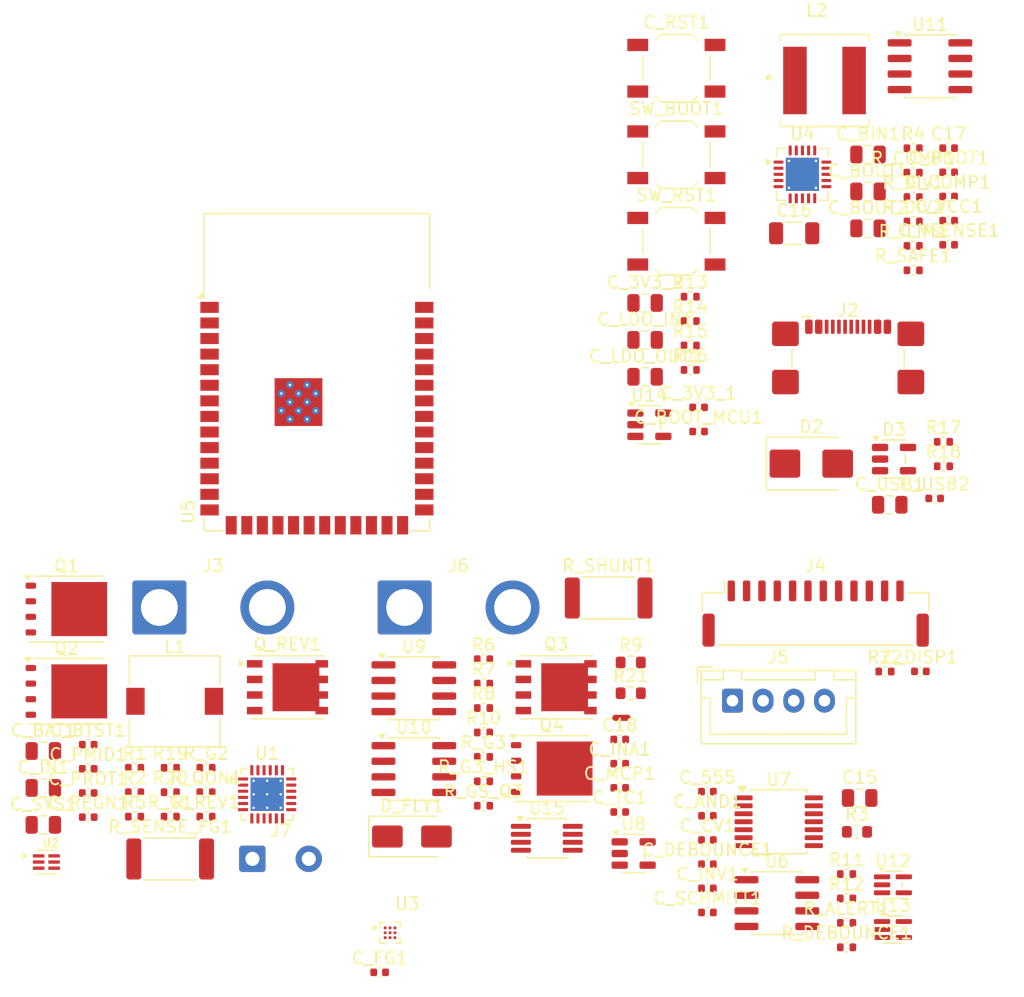
<source format=kicad_pcb>
(kicad_pcb (version 20241229) (generator "pcbnew") (generator_version "9.0")
  (layers (0 "F.Cu" signal) (2 "B.Cu" signal) (13 "F.Paste" user) (15 "B.Paste" user) (5 "F.SilkS" user "F.Silkscreen") (7 "B.SilkS" user "B.Silkscreen") (1 "F.Mask" user) (3 "B.Mask" user) (25 "Edge.Cuts" user))
  (net 0 "")
  (net 1 "GND")
  (net 2 "/safety_logic/WDT_DISCH")
  (net 3 "/boost_converter/V_BOOST")
  (net 4 "/boost_converter/BOOST_SS")
  (net 5 "/coil_driver/OC_THRESH+")
  (net 6 "/UI/VCC_3V3")
  (net 7 "/battery_management/VBAT_PROT")
  (net 8 "/battery_management/VSYS")
  (net 9 "/boost_converter/BOOST_SW")
  (net 10 "/boost_converter/BOOST_BOOT")
  (net 11 "/battery_management/CHG_SW")
  (net 12 "/battery_management/CHG_BTST")
  (net 13 "/boost_converter/BOOST_COMP")
  (net 14 "/safety_logic/WDT_CONT")
  (net 15 "/safety_logic/BTN_FILT")
  (net 16 "/battery_management/GND_SENSE")
  (net 17 "/battery_management/VBUS")
  (net 18 "/battery_management/PMID")
  (net 19 "/battery_management/PROT_BAT")
  (net 20 "/battery_management/CHG_REGN")
  (net 21 "/boost_converter/BOOST_VCC")
  (net 22 "/boost_converter/V_SENSE")
  (net 23 "/mcu/USB_D+")
  (net 24 "/mcu/USB_D-")
  (net 27 "/coil_driver/COIL+")
  (net 28 "/coil_driver/COIL-")
  (net 29 "/usb_power/USB_CC2")
  (net 31 "/usb_power/USB_CC1")
  (net 32 "/battery_management/VBAT_RAW")
  (net 33 "/battery_management/BAT_NEG")
  (net 34 "/UI/TP_RST")
  (net 35 "/UI/LCD_MOSI")
  (net 36 "/UI/TP_IRQ")
  (net 37 "/UI/LCD_BL")
  (net 38 "/UI/I2C0_SCL")
  (net 39 "/UI/LCD_RST")
  (net 40 "/UI/LCD_CS")
  (net 41 "/UI/LCD_CLK")
  (net 42 "/UI/I2C0_SDA")
  (net 43 "/UI/LCD_DC")
  (net 44 "/UI/FIRE_LED")
  (net 45 "/UI/FIRE_BTN")
  (net 46 "/battery_management/NTC_TS")
  (net 47 "/coil_driver/AGND")
  (net 48 "/battery_management/Q1_GATE")
  (net 49 "/battery_management/PROT_MID")
  (net 50 "/battery_management/Q2_GATE")
  (net 51 "/coil_driver/OPAMP_IN+")
  (net 52 "/coil_driver/Q4_GATE")
  (net 53 "/battery_management/QREV_GATE")
  (net 54 "/battery_management/PROT_V-")
  (net 55 "/boost_converter/DPOT_WIPER")
  (net 56 "/battery_management/CHG_ILIM")
  (net 57 "/coil_driver/I_SENSE")
  (net 58 "/coil_driver/COMP_IN-")
  (net 59 "/coil_driver/OC_FAULT")
  (net 60 "/mcu/FIRE_EN")
  (net 61 "/safety_logic/WDT_RST")
  (net 62 "/battery_management/I2C1_SDA")
  (net 63 "/battery_management/I2C1_SCL")
  (net 64 "/UI/LED_STATUS")
  (net 65 "/coil_driver/T_ALERT")
  (net 66 "/battery_management/PROT_COUT")
  (net 67 "/battery_management/PROT_DOUT")
  (net 68 "/coil_driver/COIL_PWM")
  (net 69 "/coil_driver/DRIVER_OUT")
  (net 70 "/boost_converter/BOOST_ILIM")
  (net 71 "/battery_management/CHG_QON")
  (net 72 "/mcu/ESP_BOOT")
  (net 76 "/battery_management/CHG_CE")
  (net 77 "/battery_management/CHG_INT")
  (net 78 "/battery_management/CHG_PG")
  (net 79 "/battery_management/CHG_STAT")
  (net 80 "/battery_management/CHG_OTG")
  (net 84 "/fuel_gauge/FG_ALRT")
  (net 87 "/boost_converter/BOOST_EN")
  (net 93 "/mcu/WDT_PING")
  (net 97 "/safety_logic/WDT_OUT")
  (net 98 "/safety_logic/LOGIC_2Y")
  (net 99 "/safety_logic/AND_1B")
  (net 100 "/safety_logic/WDT_OK")
  (net 101 "/safety_logic/AND_1Y")
  (net 102 "/coil_driver/SAFETY_GATE")
  (net 103 "/safety_logic/AND_3Y")
  (footprint "Resistor_SMD:R_0402_1005Metric" (layer "F.Cu") (at 145.2425 117.82)
    (property "Reference" "R6" (at 0 -1.17 0) (layer "F.SilkS"))
    (property "Value" "100Ω")
    (pad "1" smd roundrect (at -0.51 0) (size 0.54 0.64) (layers "F.Cu" "F.Mask" "F.Paste") (net 57 "/coil_driver/I_SENSE"))
    (pad "2" smd roundrect (at 0.51 0) (size 0.54 0.64) (layers "F.Cu" "F.Mask" "F.Paste") (net 5 "/coil_driver/OC_THRESH+"))
  )
  (footprint "Capacitor_SMD:C_0805_2012Metric" (layer "F.Cu") (at 109.3625 128.31)
    (property "Reference" "C_IN1" (at 0 -1.68 0) (layer "F.SilkS"))
    (property "Value" "22µF")
    (pad "1" smd roundrect (at -0.95 0) (size 1 1.45) (layers "F.Cu" "F.Mask" "F.Paste") (net 1 "GND"))
    (pad "2" smd roundrect (at 0.95 0) (size 1 1.45) (layers "F.Cu" "F.Mask" "F.Paste") (net 17 "/battery_management/VBUS"))
  )
  (footprint "Connector_JST:JST_GH_SM12B-GHS-TB_1x12-1MP_P1.25mm_Horizontal" (layer "F.Cu") (at 172.3125 114.1)
    (property "Reference" "J4" (at 0 -3.9 0) (layer "F.SilkS"))
    (property "Value" "Conn_01x12")
    (pad "1" smd roundrect (at -6.875 -1.85) (size 0.6 1.7) (layers "F.Cu" "F.Mask" "F.Paste") (net 6 "/UI/VCC_3V3"))
    (pad "2" smd roundrect (at -5.625 -1.85) (size 0.6 1.7) (layers "F.Cu" "F.Mask" "F.Paste") (net 1 "GND"))
    (pad "3" smd roundrect (at -4.375 -1.85) (size 0.6 1.7) (layers "F.Cu" "F.Mask" "F.Paste") (net 35 "/UI/LCD_MOSI"))
    (pad "4" smd roundrect (at -3.125 -1.85) (size 0.6 1.7) (layers "F.Cu" "F.Mask" "F.Paste") (net 41 "/UI/LCD_CLK"))
    (pad "5" smd roundrect (at -1.875 -1.85) (size 0.6 1.7) (layers "F.Cu" "F.Mask" "F.Paste") (net 40 "/UI/LCD_CS"))
    (pad "6" smd roundrect (at -0.625 -1.85) (size 0.6 1.7) (layers "F.Cu" "F.Mask" "F.Paste") (net 43 "/UI/LCD_DC"))
    (pad "7" smd roundrect (at 0.625 -1.85) (size 0.6 1.7) (layers "F.Cu" "F.Mask" "F.Paste") (net 39 "/UI/LCD_RST"))
    (pad "8" smd roundrect (at 1.875 -1.85) (size 0.6 1.7) (layers "F.Cu" "F.Mask" "F.Paste") (net 37 "/UI/LCD_BL"))
    (pad "9" smd roundrect (at 3.125 -1.85) (size 0.6 1.7) (layers "F.Cu" "F.Mask" "F.Paste") (net 42 "/UI/I2C0_SDA"))
    (pad "10" smd roundrect (at 4.375 -1.85) (size 0.6 1.7) (layers "F.Cu" "F.Mask" "F.Paste") (net 38 "/UI/I2C0_SCL"))
    (pad "11" smd roundrect (at 5.625 -1.85) (size 0.6 1.7) (layers "F.Cu" "F.Mask" "F.Paste") (net 34 "/UI/TP_RST"))
    (pad "12" smd roundrect (at 6.875 -1.85) (size 0.6 1.7) (layers "F.Cu" "F.Mask" "F.Paste") (net 36 "/UI/TP_IRQ"))
    (pad "MP" smd roundrect (at -8.725 1.35) (size 1 2.7) (layers "F.Cu" "F.Mask" "F.Paste"))
    (pad "MP" smd roundrect (at 8.725 1.35) (size 1 2.7) (layers "F.Cu" "F.Mask" "F.Paste"))
  )
  (footprint "Capacitor_SMD:C_0402_1005Metric" (layer "F.Cu") (at 183.1525 82.07)
    (property "Reference" "C_VCC1" (at 0 -1.16 0) (layer "F.SilkS"))
    (property "Value" "1µF")
    (pad "1" smd roundrect (at -0.48 0) (size 0.56 0.62) (layers "F.Cu" "F.Mask" "F.Paste") (net 21 "/boost_converter/BOOST_VCC"))
    (pad "2" smd roundrect (at 0.48 0) (size 0.56 0.62) (layers "F.Cu" "F.Mask" "F.Paste") (net 1 "GND"))
  )
  (footprint "Capacitor_SMD:C_0402_1005Metric" (layer "F.Cu") (at 156.3425 128.3)
    (property "Reference" "C_MCP1" (at 0 -1.16 0) (layer "F.SilkS"))
    (property "Value" "100nF")
    (pad "1" smd roundrect (at -0.48 0) (size 0.56 0.62) (layers "F.Cu" "F.Mask" "F.Paste") (net 6 "/UI/VCC_3V3"))
    (pad "2" smd roundrect (at 0.48 0) (size 0.56 0.62) (layers "F.Cu" "F.Mask" "F.Paste") (net 1 "GND"))
  )
  (footprint "Connector_JST:JST_XH_B4B-XH-A_1x04_P2.50mm_Vertical" (layer "F.Cu") (at 165.5325 121.2)
    (property "Reference" "J5" (at 3.75 -3.55 0) (layer "F.SilkS"))
    (property "Value" "Conn_01x04")
    (pad "1" thru_hole roundrect (at 0 0) (size 1.7 1.95) (drill 0.95) (layers "*.Cu" "*.Mask") (roundrect_rratio 0.147059) (net 1 "GND"))
    (pad "2" thru_hole oval (at 2.5 0) (size 1.7 1.95) (drill 0.95) (layers "*.Cu" "*.Mask") (net 45 "/UI/FIRE_BTN"))
    (pad "3" thru_hole oval (at 5 0) (size 1.7 1.95) (drill 0.95) (layers "*.Cu" "*.Mask") (net 1 "GND"))
    (pad "4" thru_hole oval (at 7.5 0) (size 1.7 1.95) (drill 0.95) (layers "*.Cu" "*.Mask") (net 44 "/UI/FIRE_LED"))
  )
  (footprint "NetTie:NetTie-2_SMD_Pad0.5mm" (layer "F.Cu") (at 156.4875 122.595)
    (property "Reference" "NT1" (hide yes))
    (property "Value" "NetTie_2" (hide yes))
    (fp_poly (pts (xy -0.5 -0.25) (xy 0.5 -0.25) (xy 0.5 0.25) (xy -0.5 0.25)) (fill yes) (layer "F.Cu"))
    (pad "1" smd circle (at -0.5 0) (size 0.5 0.5) (layers "F.Cu") (net 1 "GND"))
    (pad "2" smd circle (at 0.5 0) (size 0.5 0.5) (layers "F.Cu") (net 47 "/coil_driver/AGND"))
  )
  (footprint "Resistor_SMD:R_0402_1005Metric" (layer "F.Cu") (at 182.7325 100.1)
    (property "Reference" "R17" (at 0 -1.17 0) (layer "F.SilkS"))
    (property "Value" "5.1k")
    (pad "1" smd roundrect (at -0.51 0) (size 0.54 0.64) (layers "F.Cu" "F.Mask" "F.Paste") (net 31 "/usb_power/USB_CC1"))
    (pad "2" smd roundrect (at 0.51 0) (size 0.54 0.64) (layers "F.Cu" "F.Mask" "F.Paste") (net 1 "GND"))
  )
  (footprint "Resistor_SMD:R_0402_1005Metric" (layer "F.Cu") (at 180.2625 80.15)
    (property "Reference" "R_DIV1" (at 0 -1.17 0) (layer "F.SilkS"))
    (property "Value" "100k")
    (pad "1" smd roundrect (at -0.51 0) (size 0.54 0.64) (layers "F.Cu" "F.Mask" "F.Paste") (net 22 "/boost_converter/V_SENSE"))
    (pad "2" smd roundrect (at 0.51 0) (size 0.54 0.64) (layers "F.Cu" "F.Mask" "F.Paste") (net 3 "/boost_converter/V_BOOST"))
  )
  (footprint "Resistor_SMD:R_0402_1005Metric" (layer "F.Cu") (at 145.2425 119.81)
    (property "Reference" "R7" (at 0 -1.17 0) (layer "F.SilkS"))
    (property "Value" "1k")
    (pad "1" smd roundrect (at -0.51 0) (size 0.54 0.64) (layers "F.Cu" "F.Mask" "F.Paste") (net 6 "/UI/VCC_3V3"))
    (pad "2" smd roundrect (at 0.51 0) (size 0.54 0.64) (layers "F.Cu" "F.Mask" "F.Paste") (net 58 "/coil_driver/COMP_IN-"))
  )
  (footprint "Capacitor_SMD:C_0402_1005Metric" (layer "F.Cu") (at 162.7725 99.26)
    (property "Reference" "C_BOOT_MCU1" (at 0 -1.16 0) (layer "F.SilkS"))
    (property "Value" "10nF")
    (pad "1" smd roundrect (at -0.48 0) (size 0.56 0.62) (layers "F.Cu" "F.Mask" "F.Paste") (net 1 "GND"))
    (pad "2" smd roundrect (at 0.48 0) (size 0.56 0.62) (layers "F.Cu" "F.Mask" "F.Paste") (net 1 "GND"))
  )
  (footprint "Capacitor_SMD:C_0402_1005Metric" (layer "F.Cu") (at 156.3425 126.33)
    (property "Reference" "C_INA1" (at 0 -1.16 0) (layer "F.SilkS"))
    (property "Value" "100nF")
    (pad "1" smd roundrect (at -0.48 0) (size 0.56 0.62) (layers "F.Cu" "F.Mask" "F.Paste") (net 6 "/UI/VCC_3V3"))
    (pad "2" smd roundrect (at 0.48 0) (size 0.56 0.62) (layers "F.Cu" "F.Mask" "F.Paste") (net 1 "GND"))
  )
  (footprint "Connector_Wire:SolderWire-0.5sqmm_1x02_P4.6mm_D0.9mm_OD2.1mm" (layer "F.Cu") (at 126.4025 134.09)
    (property "Reference" "J7" (at 2.3 -2.28 0) (layer "F.SilkS"))
    (property "Value" "Conn_01x02")
    (pad "1" thru_hole roundrect (at 0 0) (size 2.15 2.15) (drill 1.15) (layers "*.Cu" "*.Mask") (roundrect_rratio 0.116279) (net 46 "/battery_management/NTC_TS"))
    (pad "2" thru_hole circle (at 4.6 0) (size 2.15 2.15) (drill 1.15) (layers "*.Cu" "*.Mask") (net 1 "GND"))
  )
  (footprint "Resistor_SMD:R_0402_1005Metric" (layer "F.Cu") (at 145.2425 125.78)
    (property "Reference" "R_G3" (at 0 -1.17 0) (layer "F.SilkS"))
    (property "Value" "47Ω")
    (pad "1" smd roundrect (at -0.51 0) (size 0.54 0.64) (layers "F.Cu" "F.Mask" "F.Paste") (net 68 "/coil_driver/COIL_PWM"))
    (pad "2" smd roundrect (at 0.51 0) (size 0.54 0.64) (layers "F.Cu" "F.Mask" "F.Paste") (net 52 "/coil_driver/Q4_GATE"))
  )
  (footprint "Capacitor_SMD:C_0402_1005Metric" (layer "F.Cu") (at 136.7725 143.34)
    (property "Reference" "C_FG1" (at 0 -1.16 0) (layer "F.SilkS"))
    (property "Value" "100nF")
    (pad "1" smd roundrect (at -0.48 0) (size 0.56 0.62) (layers "F.Cu" "F.Mask" "F.Paste") (net 7 "/battery_management/VBAT_PROT"))
    (pad "2" smd roundrect (at 0.48 0) (size 0.56 0.62) (layers "F.Cu" "F.Mask" "F.Paste") (net 16 "/battery_management/GND_SENSE"))
  )
  (footprint "Resistor_SMD:R_0402_1005Metric" (layer "F.Cu") (at 116.8025 128.66)
    (property "Reference" "R2" (at 0 -1.17 0) (layer "F.SilkS"))
    (property "Value" "2.2k")
    (pad "1" smd roundrect (at -0.51 0) (size 0.54 0.64) (layers "F.Cu" "F.Mask" "F.Paste") (net 54 "/battery_management/PROT_V-"))
    (pad "2" smd roundrect (at 0.51 0) (size 0.54 0.64) (layers "F.Cu" "F.Mask" "F.Paste") (net 1 "GND"))
  )
  (footprint "Resistor_SMD:R_0402_1005Metric" (layer "F.Cu") (at 162.0925 90.26)
    (property "Reference" "R14" (at 0 -1.17 0) (layer "F.SilkS"))
    (property "Value" "4.7k")
    (pad "1" smd roundrect (at -0.51 0) (size 0.54 0.64) (layers "F.Cu" "F.Mask" "F.Paste") (net 6 "/UI/VCC_3V3"))
    (pad "2" smd roundrect (at 0.51 0) (size 0.54 0.64) (layers "F.Cu" "F.Mask" "F.Paste") (net 38 "/UI/I2C0_SCL"))
  )
  (footprint "Resistor_SMD:R_0402_1005Metric" (layer "F.Cu") (at 174.8325 135.33)
    (property "Reference" "R11" (at 0 -1.17 0) (layer "F.SilkS"))
    (property "Value" "10k")
    (pad "1" smd roundrect (at -0.51 0) (size 0.54 0.64) (layers "F.Cu" "F.Mask" "F.Paste") (net 60 "/mcu/FIRE_EN"))
    (pad "2" smd roundrect (at 0.51 0) (size 0.54 0.64) (layers "F.Cu" "F.Mask" "F.Paste") (net 1 "GND"))
  )
  (footprint "Capacitor_SMD:C_0805_2012Metric" (layer "F.Cu") (at 176.5825 76.68)
    (property "Reference" "C_BIN1" (at 0 -1.68 0) (layer "F.SilkS"))
    (property "Value" "22µF")
    (pad "1" smd roundrect (at -0.95 0) (size 1 1.45) (layers "F.Cu" "F.Mask" "F.Paste") (net 1 "GND"))
    (pad "2" smd roundrect (at 0.95 0) (size 1 1.45) (layers "F.Cu" "F.Mask" "F.Paste") (net 8 "/battery_management/VSYS"))
  )
  (footprint "Capacitor_SMD:C_1206_3216Metric" (layer "F.Cu") (at 170.5625 83.1)
    (property "Reference" "C16" (at 0 -1.85 0) (layer "F.SilkS"))
    (property "Value" "100µF")
    (pad "1" smd roundrect (at -1.475 0) (size 1.15 1.8) (layers "F.Cu" "F.Mask" "F.Paste") (roundrect_rratio 0.217391) (net 3 "/boost_converter/V_BOOST"))
    (pad "2" smd roundrect (at 1.475 0) (size 1.15 1.8) (layers "F.Cu" "F.Mask" "F.Paste") (roundrect_rratio 0.217391) (net 1 "GND"))
  )
  (footprint "Resistor_SMD:R_0402_1005Metric" (layer "F.Cu") (at 180.2625 78.16)
    (property "Reference" "R_COMP1" (at 0 -1.17 0) (layer "F.SilkS"))
    (property "Value" "100k")
    (pad "1" smd roundrect (at -0.51 0) (size 0.54 0.64) (layers "F.Cu" "F.Mask" "F.Paste") (net 13 "/boost_converter/BOOST_COMP"))
    (pad "2" smd roundrect (at 0.51 0) (size 0.54 0.64) (layers "F.Cu" "F.Mask" "F.Paste") (net 13 "/boost_converter/BOOST_COMP"))
  )
  (footprint "Package_SO:PowerPAK_SO-8_Single" (layer "F.Cu") (at 151.1625 120.1)
    (property "Reference" "Q3" (at 0 -3.5 0) (layer "F.SilkS"))
    (property "Value" "SI7461DP-T1-GE3")
    (pad "1" smd rect (at -2.67 -1.905) (size 1.27 0.61) (layers "F.Cu" "F.Mask" "F.Paste") (net 3 "/boost_converter/V_BOOST"))
    (pad "2" smd rect (at -2.67 -0.635) (size 1.27 0.61) (layers "F.Cu" "F.Mask" "F.Paste") (net 3 "/boost_converter/V_BOOST"))
    (pad "3" smd rect (at -2.67 0.635) (size 1.27 0.61) (layers "F.Cu" "F.Mask" "F.Paste") (net 3 "/boost_converter/V_BOOST"))
    (pad "4" smd rect (at -2.67 1.905) (size 1.27 0.61) (layers "F.Cu" "F.Mask" "F.Paste") (net 52 "/coil_driver/Q4_GATE"))
    (pad "5" smd rect (at 0.69 0) (size 3.81 3.91) (layers "F.Cu" "F.Mask" "F.Paste") (net 51 "/coil_driver/OPAMP_IN+"))
    (pad "5" smd rect (at 2.795 -1.905) (size 1.02 0.61) (layers "F.Cu" "F.Mask" "F.Paste") (net 51 "/coil_driver/OPAMP_IN+"))
    (pad "5" smd rect (at 2.795 -0.635) (size 1.02 0.61) (layers "F.Cu" "F.Mask" "F.Paste") (net 51 "/coil_driver/OPAMP_IN+"))
    (pad "5" smd rect (at 2.795 0.635) (size 1.02 0.61) (layers "F.Cu" "F.Mask" "F.Paste") (net 51 "/coil_driver/OPAMP_IN+"))
    (pad "5" smd rect (at 2.795 1.905) (size 1.02 0.61) (layers "F.Cu" "F.Mask" "F.Paste") (net 51 "/coil_driver/OPAMP_IN+"))
  )
  (footprint "Resistor_SMD:R_0402_1005Metric" (layer "F.Cu") (at 122.6225 128.66)
    (property "Reference" "R_QON1" (at 0 -1.17 0) (layer "F.SilkS"))
    (property "Value" "10k")
    (pad "1" smd roundrect (at -0.51 0) (size 0.54 0.64) (layers "F.Cu" "F.Mask" "F.Paste") (net 20 "/battery_management/CHG_REGN"))
    (pad "2" smd roundrect (at 0.51 0) (size 0.54 0.64) (layers "F.Cu" "F.Mask" "F.Paste") (net 71 "/battery_management/CHG_QON"))
  )
  (footprint "Capacitor_SMD:C_0402_1005Metric" (layer "F.Cu") (at 163.4925 138.46)
    (property "Reference" "C_SCHMITT1" (at 0 -1.16 0) (layer "F.SilkS"))
    (property "Value" "100nF")
    (pad "1" smd roundrect (at -0.48 0) (size 0.56 0.62) (layers "F.Cu" "F.Mask" "F.Paste") (net 6 "/UI/VCC_3V3"))
    (pad "2" smd roundrect (at 0.48 0) (size 0.56 0.62) (layers "F.Cu" "F.Mask" "F.Paste") (net 1 "GND"))
  )
  (footprint "Capacitor_SMD:C_0402_1005Metric" (layer "F.Cu") (at 113.0225 124.78)
    (property "Reference" "C_BTST1" (at 0 -1.16 0) (layer "F.SilkS"))
    (property "Value" "100nF")
    (pad "1" smd roundrect (at -0.48 0) (size 0.56 0.62) (layers "F.Cu" "F.Mask" "F.Paste") (net 12 "/battery_management/CHG_BTST"))
    (pad "2" smd roundrect (at 0.48 0) (size 0.56 0.62) (layers "F.Cu" "F.Mask" "F.Paste") (net 11 "/battery_management/CHG_SW"))
  )
  (footprint "Package_SO:SOIC-8_3.9x4.9mm_P1.27mm" (layer "F.Cu") (at 139.5625 120.185)
    (property "Reference" "U9" (at 0 -3.4 0) (layer "F.SilkS"))
    (property "Value" "LM393DR")
    (pad "1" smd roundrect (at -2.475 -1.905) (size 1.95 0.6) (layers "F.Cu" "F.Mask" "F.Paste") (net 59 "/coil_driver/OC_FAULT"))
    (pad "2" smd roundrect (at -2.475 -0.635) (size 1.95 0.6) (layers "F.Cu" "F.Mask" "F.Paste") (net 58 "/coil_driver/COMP_IN-"))
    (pad "3" smd roundrect (at -2.475 0.635) (size 1.95 0.6) (layers "F.Cu" "F.Mask" "F.Paste") (net 5 "/coil_driver/OC_THRESH+"))
    (pad "4" smd roundrect (at -2.475 1.905) (size 1.95 0.6) (layers "F.Cu" "F.Mask" "F.Paste") (net 47 "/coil_driver/AGND"))
    (pad "5" smd roundrect (at 2.475 1.905) (size 1.95 0.6) (layers "F.Cu" "F.Mask" "F.Paste") (net 1 "GND"))
    (pad "6" smd roundrect (at 2.475 0.635) (size 1.95 0.6) (layers "F.Cu" "F.Mask" "F.Paste") (net 6 "/UI/VCC_3V3"))
    (pad "7" smd roundrect (at 2.475 -0.635) (size 1.95 0.6) (layers "F.Cu" "F.Mask" "F.Paste"))
    (pad "8" smd roundrect (at 2.475 -1.905) (size 1.95 0.6) (layers "F.Cu" "F.Mask" "F.Paste") (net 6 "/UI/VCC_3V3"))
  )
  (footprint "Package_SO:PowerPAK_SO-8_Single" (layer "F.Cu") (at 129.2625 120.1)
    (property "Reference" "Q_REV1" (at 0 -3.5 0) (layer "F.SilkS"))
    (property "Value" "SI7461DP-T1-GE3")
    (pad "1" smd rect (at -2.67 -1.905) (size 1.27 0.61) (layers "F.Cu" "F.Mask" "F.Paste") (net 32 "/battery_management/VBAT_RAW"))
    (pad "2" smd rect (at -2.67 -0.635) (size 1.27 0.61) (layers "F.Cu" "F.Mask" "F.Paste") (net 32 "/battery_management/VBAT_RAW"))
    (pad "3" smd rect (at -2.67 0.635) (size 1.27 0.61) (layers "F.Cu" "F.Mask" "F.Paste") (net 32 "/battery_management/VBAT_RAW"))
    (pad "4" smd rect (at -2.67 1.905) (size 1.27 0.61) (layers "F.Cu" "F.Mask" "F.Paste") (net 53 "/battery_management/QREV_GATE"))
    (pad "5" smd rect (at 0.69 0) (size 3.81 3.91) (layers "F.Cu" "F.Mask" "F.Paste") (net 7 "/battery_management/VBAT_PROT"))
    (pad "5" smd rect (at 2.795 -1.905) (size 1.02 0.61) (layers "F.Cu" "F.Mask" "F.Paste") (net 7 "/battery_management/VBAT_PROT"))
    (pad "5" smd rect (at 2.795 -0.635) (size 1.02 0.61) (layers "F.Cu" "F.Mask" "F.Paste") (net 7 "/battery_management/VBAT_PROT"))
    (pad "5" smd rect (at 2.795 0.635) (size 1.02 0.61) (layers "F.Cu" "F.Mask" "F.Paste") (net 7 "/battery_management/VBAT_PROT"))
    (pad "5" smd rect (at 2.795 1.905) (size 1.02 0.61) (layers "F.Cu" "F.Mask" "F.Paste") (net 7 "/battery_management/VBAT_PROT"))
  )
  (footprint "Package_TO_SOT_SMD:TDSON-8-1" (layer "F.Cu") (at 111.2425 120.44)
    (property "Reference" "Q2" (at 0 -3.5 0) (layer "F.SilkS"))
    (property "Value" "CSD18534Q5A")
    (pad "1" smd roundrect (at -2.9 -1.905) (size 0.85 0.5) (layers "F.Cu" "F.Mask" "F.Paste") (net 16 "/battery_management/GND_SENSE"))
    (pad "2" smd roundrect (at -2.9 -0.635) (size 0.85 0.5) (layers "F.Cu" "F.Mask" "F.Paste") (net 16 "/battery_management/GND_SENSE"))
    (pad "3" smd roundrect (at -2.9 0.635) (size 0.85 0.5) (layers "F.Cu" "F.Mask" "F.Paste") (net 16 "/battery_management/GND_SENSE"))
    (pad "4" smd roundrect (at -2.9 1.905) (size 0.85 0.5) (layers "F.Cu" "F.Mask" "F.Paste") (net 50 "/battery_management/Q2_GATE"))
    (pad "5" smd rect (at 1.05 0) (size 4.55 4.41) (layers "F.Cu") (net 49 "/battery_management/PROT_MID"))
  )
  (footprint "Package_DFN_QFN:Texas_RTW_WQFN-24-1EP_4x4mm_P0.5mm_EP2.7x2.7mm_ThermalVias" (layer "F.Cu") (at 127.6075 128.83)
    (property "Reference" "U1" (at 0 -3.33 0) (layer "F.SilkS"))
    (property "Value" "BQ25896RTWT")
    (pad "1" smd roundrect (at -1.9625 -1.25) (size 0.825 0.25) (layers "F.Cu" "F.Mask" "F.Paste") (net 17 "/battery_management/VBUS"))
    (pad "2" smd roundrect (at -1.9625 -0.75) (size 0.825 0.25) (layers "F.Cu" "F.Mask" "F.Paste") (net 1 "GND"))
    (pad "3" smd roundrect (at -1.9625 -0.25) (size 0.825 0.25) (layers "F.Cu" "F.Mask" "F.Paste") (net 78 "/battery_management/CHG_PG"))
    (pad "4" smd roundrect (at -1.9625 0.25) (size 0.825 0.25) (layers "F.Cu" "F.Mask" "F.Paste") (net 79 "/battery_management/CHG_STAT"))
    (pad "5" smd roundrect (at -1.9625 0.75) (size 0.825 0.25) (layers "F.Cu" "F.Mask" "F.Paste") (net 63 "/battery_management/I2C1_SCL"))
    (pad "6" smd roundrect (at -1.9625 1.25) (size 0.825 0.25) (layers "F.Cu" "F.Mask" "F.Paste") (net 62 "/battery_management/I2C1_SDA"))
    (pad "7" smd roundrect (at -1.25 1.9625) (size 0.25 0.825) (layers "F.Cu" "F.Mask" "F.Paste") (net 77 "/battery_management/CHG_INT"))
    (pad "8" smd roundrect (at -0.75 1.9625) (size 0.25 0.825) (layers "F.Cu" "F.Mask" "F.Paste") (net 80 "/battery_management/CHG_OTG"))
    (pad "9" smd roundrect (at -0.25 1.9625) (size 0.25 0.825) (layers "F.Cu" "F.Mask" "F.Paste") (net 76 "/battery_management/CHG_CE"))
    (pad "10" smd roundrect (at 0.25 1.9625) (size 0.25 0.825) (layers "F.Cu" "F.Mask" "F.Paste") (net 56 "/battery_management/CHG_ILIM"))
    (pad "11" smd roundrect (at 0.75 1.9625) (size 0.25 0.825) (layers "F.Cu" "F.Mask" "F.Paste") (net 46 "/battery_management/NTC_TS"))
    (pad "12" smd roundrect (at 1.25 1.9625) (size 0.25 0.825) (layers "F.Cu" "F.Mask" "F.Paste") (net 71 "/battery_management/CHG_QON"))
    (pad "13" smd roundrect (at 1.9625 1.25) (size 0.825 0.25) (layers "F.Cu" "F.Mask" "F.Paste") (net 7 "/battery_management/VBAT_PROT"))
    (pad "14" smd roundrect (at 1.9625 0.75) (size 0.825 0.25) (layers "F.Cu" "F.Mask" "F.Paste") (net 7 "/battery_management/VBAT_PROT"))
    (pad "15" smd roundrect (at 1.9625 0.25) (size 0.825 0.25) (layers "F.Cu" "F.Mask" "F.Paste") (net 8 "/battery_management/VSYS"))
    (pad "16" smd roundrect (at 1.9625 -0.25) (size 0.825 0.25) (layers "F.Cu" "F.Mask" "F.Paste") (net 8 "/battery_management/VSYS"))
    (pad "17" smd roundrect (at 1.9625 -0.75) (size 0.825 0.25) (layers "F.Cu" "F.Mask" "F.Paste"))
    (pad "18" smd roundrect (at 1.9625 -1.25) (size 0.825 0.25) (layers "F.Cu" "F.Mask" "F.Paste"))
    (pad "19" smd roundrect (at 1.25 -1.9625) (size 0.25 0.825) (layers "F.Cu" "F.Mask" "F.Paste") (net 11 "/battery_management/CHG_SW"))
    (pad "20" smd roundrect (at 0.75 -1.9625) (size 0.25 0.825) (layers "F.Cu" "F.Mask" "F.Paste") (net 11 "/battery_management/CHG_SW"))
    (pad "21" smd roundrect (at 0.25 -1.9625) (size 0.25 0.825) (layers "F.Cu" "F.Mask" "F.Paste") (net 12 "/battery_management/CHG_BTST"))
    (pad "22" smd roundrect (at -0.25 -1.9625) (size 0.25 0.825) (layers "F.Cu" "F.Mask" "F.Paste") (net 20 "/battery_management/CHG_REGN"))
    (pad "23" smd roundrect (at -0.75 -1.9625) (size 0.25 0.825) (layers "F.Cu" "F.Mask" "F.Paste") (net 18 "/battery_management/PMID"))
    (pad "24" smd roundrect (at -1.25 -1.9625) (size 0.25 0.825) (layers "F.Cu" "F.Mask" "F.Paste"))
    (pad "25" thru_hole circle (at -1.1 -1.1) (size 0.5 0.5) (drill 0.2) (property pad_prop_heatsink) (layers "*.Cu"))
    (pad "25" thru_hole circle (at -1.1 0) (size 0.5 0.5) (drill 0.2) (property pad_prop_heatsink) (layers "*.Cu"))
    (pad "25" thru_hole circle (at -1.1 1.1) (size 0.5 0.5) (drill 0.2) (property pad_prop_heatsink) (layers "*.Cu"))
    (pad "25" thru_hole circle (at 0 -1.1) (size 0.5 0.5) (drill 0.2) (property pad_prop_heatsink) (layers "*.Cu"))
    (pad "25" thru_hole circle (at 0 0) (size 0.5 0.5) (drill 0.2) (property pad_prop_heatsink) (layers "*.Cu"))
    (pad "25" smd rect (at 0 0) (size 2.7 2.7) (property pad_prop_heatsink) (layers "F.Cu" "F.Mask"))
    (pad "25" smd rect (at 0 0) (size 2.7 2.7) (property pad_prop_heatsink) (layers "B.Cu"))
    (pad "25" thru_hole circle (at 0 1.1) (size 0.5 0.5) (drill 0.2) (property pad_prop_heatsink) (layers "*.Cu"))
    (pad "25" thru_hole circle (at 1.1 -1.1) (size 0.5 0.5) (drill 0.2) (property pad_prop_heatsink) (layers "*.Cu"))
    (pad "25" thru_hole circle (at 1.1 0) (size 0.5 0.5) (drill 0.2) (property pad_prop_heatsink) (layers "*.Cu"))
    (pad "25" thru_hole circle (at 1.1 1.1) (size 0.5 0.5) (drill 0.2) (property pad_prop_heatsink) (layers "*.Cu"))
  )
  (footprint "Capacitor_SMD:C_0402_1005Metric" (layer "F.Cu") (at 183.1525 80.1)
    (property "Reference" "C_COMP1" (at 0 -1.16 0) (layer "F.SilkS"))
    (property "Value" "10nF")
    (pad "1" smd roundrect (at -0.48 0) (size 0.56 0.62) (layers "F.Cu" "F.Mask" "F.Paste") (net 1 "GND"))
    (pad "2" smd roundrect (at 0.48 0) (size 0.56 0.62) (layers "F.Cu" "F.Mask" "F.Paste") (net 13 "/boost_converter/BOOST_COMP"))
  )
  (footprint "Resistor_SMD:R_0402_1005Metric" (layer "F.Cu") (at 162.0925 88.27)
    (property "Reference" "R13" (at 0 -1.17 0) (layer "F.SilkS"))
    (property "Value" "4.7k")
    (pad "1" smd roundrect (at -0.51 0) (size 0.54 0.64) (layers "F.Cu" "F.Mask" "F.Paste") (net 6 "/UI/VCC_3V3"))
    (pad "2" smd roundrect (at 0.51 0) (size 0.54 0.64) (layers "F.Cu" "F.Mask" "F.Paste") (net 42 "/UI/I2C0_SDA"))
  )
  (footprint "Resistor_SMD:R_0402_1005Metric" (layer "F.Cu") (at 145.2425 123.79)
    (property "Reference" "R10" (at 0 -1.17 0) (layer "F.SilkS"))
    (property "Value" "10k")
    (pad "1" smd roundrect (at -0.51 0) (size 0.54 0.64) (layers "F.Cu" "F.Mask" "F.Paste") (net 6 "/UI/VCC_3V3"))
    (pad "2" smd roundrect (at 0.51 0) (size 0.54 0.64) (layers "F.Cu" "F.Mask" "F.Paste") (net 59 "/coil_driver/OC_FAULT"))
  )
  (footprint "Package_SO:MSOP-8_3x3mm_P0.65mm" (layer "F.Cu") (at 150.4025 132.415)
    (property "Reference" "U15" (at 0 -2.45 0) (layer "F.SilkS"))
    (property "Value" "MCP9808T-E/MS")
    (pad "1" smd roundrect (at -2.1125 -0.975) (size 1.625 0.4) (layers "F.Cu" "F.Mask" "F.Paste") (net 62 "/battery_management/I2C1_SDA"))
    (pad "2" smd roundrect (at -2.1125 -0.325) (size 1.625 0.4) (layers "F.Cu" "F.Mask" "F.Paste") (net 63 "/battery_management/I2C1_SCL"))
    (pad "3" smd roundrect (at -2.1125 0.325) (size 1.625 0.4) (layers "F.Cu" "F.Mask" "F.Paste") (net 65 "/coil_driver/T_ALERT"))
    (pad "4" smd roundrect (at -2.1125 0.975) (size 1.625 0.4) (layers "F.Cu" "F.Mask" "F.Paste") (net 1 "GND"))
    (pad "5" smd roundrect (at 2.1125 0.975) (size 1.625 0.4) (layers "F.Cu" "F.Mask" "F.Paste"))
    (pad "6" smd roundrect (at 2.1125 0.325) (size 1.625 0.4) (layers "F.Cu" "F.Mask" "F.Paste") (net 1 "GND"))
    (pad "7" smd roundrect (at 2.1125 -0.325) (size 1.625 0.4) (layers "F.Cu" "F.Mask" "F.Paste") (net 1 "GND"))
    (pad "8" smd roundrect (at 2.1125 -0.975) (size 1.625 0.4) (layers "F.Cu" "F.Mask" "F.Paste") (net 6 "/UI/VCC_3V3"))
  )
  (footprint "Resistor_SMD:R_0402_1005Metric" (layer "F.Cu") (at 174.8325 137.32)
    (property "Reference" "R12" (at 0 -1.17 0) (layer "F.SilkS"))
    (property "Value" "10k")
    (pad "1" smd roundrect (at -0.51 0) (size 0.54 0.64) (layers "F.Cu" "F.Mask" "F.Paste") (net 6 "/UI/VCC_3V3"))
    (pad "2" smd roundrect (at 0.51 0) (size 0.54 0.64) (layers "F.Cu" "F.Mask" "F.Paste") (net 61 "/safety_logic/WDT_RST"))
  )
  (footprint "Button_Switch_SMD:SW_SPST_TL3342" (layer "F.Cu") (at 160.9625 69.65)
    (property "Reference" "C_RST1" (at 0 -3.75 0) (layer "F.SilkS"))
    (property "Value" "100nF")
    (pad "1" smd rect (at -3.15 -1.9) (size 1.7 1) (layers "F.Cu" "F.Mask" "F.Paste") (net 1 "GND"))
    (pad "1" smd rect (at 3.15 -1.9) (size 1.7 1) (layers "F.Cu" "F.Mask" "F.Paste") (net 1 "GND"))
    (pad "2" smd rect (at -3.15 1.9) (size 1.7 1) (layers "F.Cu" "F.Mask" "F.Paste") (net 1 "GND"))
    (pad "2" smd rect (at 3.15 1.9) (size 1.7 1) (layers "F.Cu" "F.Mask" "F.Paste") (net 1 "GND"))
  )
  (footprint "XAL7070-102MEC:IND_XAL7070-102MEC" (layer "F.Cu") (at 173.0375 70.65)
    (property "Reference" "L2" (at -0.635 -5.715 0) (layer "F.SilkS"))
    (property "Value" "XAL7070-102MEC")
    (pad "1" smd rect (at -2.41 0) (size 1.92 5.5) (layers "F.Cu" "F.Mask" "F.Paste") (net 9 "/boost_converter/BOOST_SW"))
    (pad "2" smd rect (at 2.41 0) (size 1.92 5.5) (layers "F.Cu" "F.Mask" "F.Paste") (net 3 "/boost_converter/V_BOOST"))
  )
  (footprint "Resistor_SMD:R_0402_1005Metric" (layer "F.Cu") (at 180.2625 76.17)
    (property "Reference" "R4" (at 0 -1.17 0) (layer "F.SilkS"))
    (property "Value" "100k")
    (pad "1" smd roundrect (at -0.51 0) (size 0.54 0.64) (layers "F.Cu" "F.Mask" "F.Paste") (net 3 "/boost_converter/V_BOOST"))
    (pad "2" smd roundrect (at 0.51 0) (size 0.54 0.64) (layers "F.Cu" "F.Mask" "F.Paste") (net 55 "/boost_converter/DPOT_WIPER"))
  )
  (footprint "Diode_SMD:D_SMB" (layer "F.Cu") (at 171.9575 101.88)
    (property "Reference" "D2" (at 0 -3 0) (layer "F.SilkS"))
    (property "Value" "SMBJ15A")
    (pad "1" smd roundrect (at -2.15 0) (size 2.5 2.3) (layers "F.Cu" "F.Mask" "F.Paste") (roundrect_rratio 0.1086956522) (net 17 "/battery_management/VBUS"))
    (pad "2" smd roundrect (at 2.15 0) (size 2.5 2.3) (layers "F.Cu" "F.Mask" "F.Paste") (roundrect_rratio 0.1086956522) (net 1 "GND"))
  )
  (footprint "Resistor_SMD:R_0402_1005Metric" (layer "F.Cu") (at 122.6225 130.65)
    (property "Reference" "R_REV1" (at 0 -1.17 0) (layer "F.SilkS"))
    (property "Value" "10k")
    (pad "1" smd roundrect (at -0.51 0) (size 0.54 0.64) (layers "F.Cu" "F.Mask" "F.Paste") (net 53 "/battery_management/QREV_GATE"))
    (pad "2" smd roundrect (at 0.51 0) (size 0.54 0.64) (layers "F.Cu" "F.Mask" "F.Paste") (net 33 "/battery_management/BAT_NEG"))
  )
  (footprint "RF_Module:ESP32-S3-WROOM-1" (layer "F.Cu") (at 131.6625 94.4)
    (property "Reference" "U5" (at -10.5 11.4 90) (layer "F.SilkS"))
    (property "Value" "ESP32-S3-WROOM-1-N8R2")
    (pad "1" smd rect (at -8.75 -5.26) (size 1.5 0.9) (layers "F.Cu" "F.Mask" "F.Paste") (net 1 "GND"))
    (pad "2" smd rect (at -8.75 -3.99) (size 1.5 0.9) (layers "F.Cu" "F.Mask" "F.Paste") (net 6 "/UI/VCC_3V3"))
    (pad "3" smd rect (at -8.75 -2.72) (size 1.5 0.9) (layers "F.Cu" "F.Mask" "F.Paste") (net 6 "/UI/VCC_3V3"))
    (pad "4" smd rect (at -8.75 -1.45) (size 1.5 0.9) (layers "F.Cu" "F.Mask" "F.Paste") (net 22 "/boost_converter/V_SENSE"))
    (pad "5" smd rect (at -8.75 -0.18) (size 1.5 0.9) (layers "F.Cu" "F.Mask" "F.Paste") (net 68 "/coil_driver/COIL_PWM"))
    (pad "6" smd rect (at -8.75 1.09) (size 1.5 0.9) (layers "F.Cu" "F.Mask" "F.Paste") (net 45 "/UI/FIRE_BTN"))
    (pad "7" smd rect (at -8.75 2.36) (size 1.5 0.9) (layers "F.Cu" "F.Mask" "F.Paste") (net 59 "/coil_driver/OC_FAULT"))
    (pad "8" smd rect (at -8.75 3.63) (size 1.5 0.9) (layers "F.Cu" "F.Mask" "F.Paste") (net 78 "/battery_management/CHG_PG"))
    (pad "9" smd rect (at -8.75 4.9) (size 1.5 0.9) (layers "F.Cu" "F.Mask" "F.Paste") (net 60 "/mcu/FIRE_EN"))
    (pad "10" smd rect (at -8.75 6.17) (size 1.5 0.9) (layers "F.Cu" "F.Mask" "F.Paste") (net 62 "/battery_management/I2C1_SDA"))
    (pad "11" smd rect (at -8.75 7.44) (size 1.5 0.9) (layers "F.Cu" "F.Mask" "F.Paste") (net 63 "/battery_management/I2C1_SCL"))
    (pad "12" smd rect (at -8.75 8.71) (size 1.5 0.9) (layers "F.Cu" "F.Mask" "F.Paste") (net 42 "/UI/I2C0_SDA"))
    (pad "13" smd rect (at -8.75 9.98) (size 1.5 0.9) (layers "F.Cu" "F.Mask" "F.Paste") (net 23 "/mcu/USB_D+"))
    (pad "14" smd rect (at -8.75 11.25 180) (size 1.5 0.9) (layers "F.Cu" "F.Mask" "F.Paste") (net 24 "/mcu/USB_D-"))
    (pad "15" smd rect (at -6.985 12.5 270) (size 1.5 0.9) (layers "F.Cu" "F.Mask" "F.Paste") (net 57 "/coil_driver/I_SENSE"))
    (pad "16" smd rect (at -5.715 12.5 270) (size 1.5 0.9) (layers "F.Cu" "F.Mask" "F.Paste"))
    (pad "17" smd rect (at -4.445 12.5 270) (size 1.5 0.9) (layers "F.Cu" "F.Mask" "F.Paste") (net 38 "/UI/I2C0_SCL"))
    (pad "18" smd rect (at -3.175 12.5 270) (size 1.5 0.9) (layers "F.Cu" "F.Mask" "F.Paste") (net 41 "/UI/LCD_CLK"))
    (pad "19" smd rect (at -1.905 12.5 270) (size 1.5 0.9) (layers "F.Cu" "F.Mask" "F.Paste") (net 35 "/UI/LCD_MOSI"))
    (pad "20" smd rect (at -0.635 12.5 270) (size 1.5 0.9) (layers "F.Cu" "F.Mask" "F.Paste") (net 40 "/UI/LCD_CS"))
    (pad "21" smd rect (at 0.635 12.5 270) (size 1.5 0.9) (layers "F.Cu" "F.Mask" "F.Paste") (net 43 "/UI/LCD_DC"))
    (pad "22" smd rect (at 1.905 12.5 270) (size 1.5 0.9) (layers "F.Cu" "F.Mask" "F.Paste") (net 39 "/UI/LCD_RST"))
    (pad "23" smd rect (at 3.175 12.5 270) (size 1.5 0.9) (layers "F.Cu" "F.Mask" "F.Paste") (net 37 "/UI/LCD_BL"))
    (pad "24" smd rect (at 4.445 12.5 270) (size 1.5 0.9) (layers "F.Cu" "F.Mask" "F.Paste") (net 64 "/UI/LED_STATUS"))
    (pad "25" smd rect (at 5.715 12.5 270) (size 1.5 0.9) (layers "F.Cu" "F.Mask" "F.Paste") (net 93 "/mcu/WDT_PING"))
    (pad "26" smd rect (at 6.985 12.5 270) (size 1.5 0.9) (layers "F.Cu" "F.Mask" "F.Paste") (net 79 "/battery_management/CHG_STAT"))
    (pad "27" smd rect (at 8.75 11.25) (size 1.5 0.9) (layers "F.Cu" "F.Mask" "F.Paste") (net 72 "/mcu/ESP_BOOT"))
    (pad "28" smd rect (at 8.75 9.98) (size 1.5 0.9) (layers "F.Cu" "F.Mask" "F.Paste"))
    (pad "29" smd rect (at 8.75 8.71) (size 1.5 0.9) (layers "F.Cu" "F.Mask" "F.Paste"))
    (pad "30" smd rect (at 8.75 7.44) (size 1.5 0.9) (layers "F.Cu" "F.Mask" "F.Paste"))
    (pad "31" smd rect (at 8.75 6.17) (size 1.5 0.9) (layers "F.Cu" "F.Mask" "F.Paste") (net 77 "/battery_management/CHG_INT"))
    (pad "32" smd rect (at 8.75 4.9) (size 1.5 0.9) (layers "F.Cu" "F.Mask" "F.Paste") (net 76 "/battery_management/CHG_CE"))
    (pad "33" smd rect (at 8.75 3.63) (size 1.5 0.9) (layers "F.Cu" "F.Mask" "F.Paste") (net 80 "/battery_management/CHG_OTG"))
    (pad "34" smd rect (at 8.75 2.36) (size 1.5 0.9) (layers "F.Cu" "F.Mask" "F.Paste") (net 84 "/fuel_gauge/FG_ALRT"))
    (pad "35" smd rect (at 8.75 1.09) (size 1.5 0.9) (layers "F.Cu" "F.Mask" "F.Paste") (net 87 "/boost_converter/BOOST_EN"))
    (pad "36" smd rect (at 8.75 -0.18) (size 1.5 0.9) (layers "F.Cu" "F.Mask" "F.Paste"))
    (pad "37" smd rect (at 8.75 -1.45) (size 1.5 0.9) (layers "F.Cu" "F.Mask" "F.Paste"))
    (pad "38" smd rect (at 8.75 -2.72) (size 1.5 0.9) (layers "F.Cu" "F.Mask" "F.Paste") (net 36 "/UI/TP_IRQ"))
    (pad "39" smd rect (at 8.75 -3.99) (size 1.5 0.9) (layers "F.Cu" "F.Mask" "F.Paste") (net 34 "/UI/TP_RST"))
    (pad "40" smd rect (at 8.75 -5.26) (size 1.5 0.9) (layers "F.Cu" "F.Mask" "F.Paste") (net 1 "GND"))
    (pad "41" thru_hole circle (at -2.9 1.76 90) (size 0.6 0.6) (drill 0.2) (property pad_prop_heatsink) (layers "*.Cu" "F.Mask") (net 1 "GND"))
    (pad "41" thru_hole circle (at -2.9 3.16) (size 0.6 0.6) (drill 0.2) (property pad_prop_heatsink) (layers "*.Cu" "F.Mask") (net 1 "GND"))
    (pad "41" thru_hole circle (at -2.2 1.06) (size 0.6 0.6) (drill 0.2) (property pad_prop_heatsink) (layers "*.Cu" "F.Mask") (net 1 "GND"))
    (pad "41" thru_hole circle (at -2.2 2.46) (size 0.6 0.6) (drill 0.2) (property pad_prop_heatsink) (layers "*.Cu" "F.Mask") (net 1 "GND"))
    (pad "41" thru_hole circle (at -2.2 3.86) (size 0.6 0.6) (drill 0.2) (property pad_prop_heatsink) (layers "*.Cu" "F.Mask") (net 1 "GND"))
    (pad "41" thru_hole circle (at -1.5 1.76) (size 0.6 0.6) (drill 0.2) (property pad_prop_heatsink) (layers "*.Cu" "F.Mask") (net 1 "GND"))
    (pad "41" smd rect (at -1.5 2.46 270) (size 3.9 3.9) (property pad_prop_heatsink) (layers "F.Cu" "F.Mask") (net 1 "GND"))
    (pad "41" thru_hole circle (at -1.5 3.16) (size 0.6 0.6) (drill 0.2) (property pad_prop_heatsink) (layers "*.Cu" "F.Mask") (net 1 "GND"))
    (pad "41" thru_hole circle (at -0.8 1.06) (size 0.6 0.6) (drill 0.2) (property pad_prop_heatsink) (layers "*.Cu" "F.Mask") (net 1 "GND"))
    (pad "41" thru_hole circle (at -0.8 2.46) (size 0.6 0.6) (drill 0.2) (property pad_prop_heatsink) (layers "*.Cu" "F.Mask") (net 1 "GND"))
    (pad "41" thru_hole circle (at -0.8 3.86) (size 0.6 0.6) (drill 0.2) (property pad_prop_heatsink) (layers "*.Cu" "F.Mask") (net 1 "GND"))
    (pad "41" thru_hole circle (at -0.1 1.76) (size 0.6 0.6) (drill 0.2) (property pad_prop_heatsink) (layers "*.Cu" "F.Mask") (net 1 "GND"))
    (pad "41" thru_hole circle (at -0.1 3.16) (size 0.6 0.6) (drill 0.2) (property pad_prop_heatsink) (layers "*.Cu" "F.Mask") (net 1 "GND"))
  )
  (footprint "Package_SO:SOIC-8_3.9x4.9mm_P1.27mm" (layer "F.Cu") (at 181.6325 69.485)
    (property "Reference" "U11" (at 0 -3.4 0) (layer "F.SilkS"))
    (property "Value" "MCP4561-104E/MS")
    (pad "1" smd roundrect (at -2.475 -1.905) (size 1.95 0.6) (layers "F.Cu" "F.Mask" "F.Paste") (net 1 "GND"))
    (pad "2" smd roundrect (at -2.475 -0.635) (size 1.95 0.6) (layers "F.Cu" "F.Mask" "F.Paste") (net 63 "/battery_management/I2C1_SCL"))
    (pad "3" smd roundrect (at -2.475 0.635) (size 1.95 0.6) (layers "F.Cu" "F.Mask" "F.Paste") (net 62 "/battery_management/I2C1_SDA"))
    (pad "4" smd roundrect (at -2.475 1.905) (size 1.95 0.6) (layers "F.Cu" "F.Mask" "F.Paste") (net 1 "GND"))
    (pad "5" smd roundrect (at 2.475 1.905) (size 1.95 0.6) (layers "F.Cu" "F.Mask" "F.Paste") (net 1 "GND"))
    (pad "6" smd roundrect (at 2.475 0.635) (size 1.95 0.6) (layers "F.Cu" "F.Mask" "F.Paste") (net 55 "/boost_converter/DPOT_WIPER"))
    (pad "7" smd roundrect (at 2.475 -0.635) (size 1.95 0.6) (layers "F.Cu" "F.Mask" "F.Paste") (net 1 "GND"))
    (pad "8" smd roundrect (at 2.475 -1.905) (size 1.95 0.6) (layers "F.Cu" "F.Mask" "F.Paste") (net 8 "/battery_management/VSYS"))
  )
  (footprint "Capacitor_SMD:C_0805_2012Metric" (layer "F.Cu") (at 109.3625 131.32)
    (property "Reference" "C_SYS1" (at 0 -1.68 0) (layer "F.SilkS"))
    (property "Value" "22µF")
    (pad "1" smd roundrect (at -0.95 0) (size 1 1.45) (layers "F.Cu" "F.Mask" "F.Paste") (net 1 "GND"))
    (pad "2" smd roundrect (at 0.95 0) (size 1 1.45) (layers "F.Cu" "F.Mask" "F.Paste") (net 8 "/battery_management/VSYS"))
  )
  (footprint "Capacitor_SMD:C_0402_1005Metric" (layer "F.Cu") (at 113.0225 126.75)
    (property "Reference" "C_PMID1" (at 0 -1.16 0) (layer "F.SilkS"))
    (property "Value" "100nF")
    (pad "1" smd roundrect (at -0.48 0) (size 0.56 0.62) (layers "F.Cu" "F.Mask" "F.Paste") (net 18 "/battery_management/PMID"))
    (pad "2" smd roundrect (at 0.48 0) (size 0.56 0.62) (layers "F.Cu" "F.Mask" "F.Paste") (net 1 "GND"))
  )
  (footprint "Capacitor_SMD:C_0402_1005Metric" (layer "F.Cu") (at 163.4925 130.58)
    (property "Reference" "C_AND1" (at 0 -1.16 0) (layer "F.SilkS"))
    (property "Value" "100nF")
    (pad "1" smd roundrect (at -0.48 0) (size 0.56 0.62) (layers "F.Cu" "F.Mask" "F.Paste") (net 6 "/UI/VCC_3V3"))
    (pad "2" smd roundrect (at 0.48 0) (size 0.56 0.62) (layers "F.Cu" "F.Mask" "F.Paste") (net 1 "GND"))
  )
  (footprint "Diode_SMD:D_SMA" (layer "F.Cu") (at 139.4075 132.27)
    (property "Reference" "D_FLY1" (at 0 -2.5 0) (layer "F.SilkS"))
    (property "Value" "SS34")
    (pad "1" smd roundrect (at -2 0) (size 2.5 1.8) (layers "F.Cu" "F.Mask" "F.Paste") (roundrect_rratio 0.1388888889) (net 27 "/coil_driver/COIL+"))
    (pad "2" smd roundrect (at 2 0) (size 2.5 1.8) (layers "F.Cu" "F.Mask" "F.Paste") (roundrect_rratio 0.1388888889) (net 28 "/coil_driver/COIL-"))
  )
  (footprint "Capacitor_SMD:C_0402_1005Metric" (layer "F.Cu") (at 182.0125 104.71)
    (property "Reference" "C_USB2" (at 0 -1.16 0) (layer "F.SilkS"))
    (property "Value" "100nF")
    (pad "1" smd roundrect (at -0.48 0) (size 0.56 0.62) (layers "F.Cu" "F.Mask" "F.Paste") (net 17 "/battery_management/VBUS"))
    (pad "2" smd roundrect (at 0.48 0) (size 0.56 0.62) (layers "F.Cu" "F.Mask" "F.Paste") (net 1 "GND"))
  )
  (footprint "Connector_Wire:SolderWire-2.5sqmm_1x02_P8.8mm_D2.4mm_OD4.4mm" (layer "F.Cu") (at 138.8125 113.6)
    (property "Reference" "J6" (at 4.4 -3.4 0) (layer "F.SilkS"))
    (property "Value" "Conn_01x02")
    (pad "1" thru_hole roundrect (at 0 0) (size 4.4 4.4) (drill 3) (layers "*.Cu" "*.Mask") (roundrect_rratio 0.056818) (net 27 "/coil_driver/COIL+"))
    (pad "2" thru_hole circle (at 8.8 0) (size 4.4 4.4) (drill 3) (layers "*.Cu" "*.Mask") (net 28 "/coil_driver/COIL-"))
  )
  (footprint "Capacitor_SMD:C_0402_1005Metric" (layer "F.Cu") (at 183.1525 78.13)
    (property "Reference" "C_BOOT1" (at 0 -1.16 0) (layer "F.SilkS"))
    (property "Value" "100nF")
    (pad "1" smd roundrect (at -0.48 0) (size 0.56 0.62) (layers "F.Cu" "F.Mask" "F.Paste") (net 10 "/boost_converter/BOOST_BOOT"))
    (pad "2" smd roundrect (at 0.48 0) (size 0.56 0.62) (layers "F.Cu" "F.Mask" "F.Paste") (net 9 "/boost_converter/BOOST_SW"))
  )
  (footprint "Capacitor_SMD:C_0402_1005Metric" (layer "F.Cu") (at 163.4925 136.49)
    (property "Reference" "C_INV1" (at 0 -1.16 0) (layer "F.SilkS"))
    (property "Value" "100nF")
    (pad "1" smd roundrect (at -0.48 0) (size 0.56 0.62) (layers "F.Cu" "F.Mask" "F.Paste") (net 6 "/UI/VCC_3V3"))
    (pad "2" smd roundrect (at 0.48 0) (size 0.56 0.62) (layers "F.Cu" "F.Mask" "F.Paste") (net 1 "GND"))
  )
  (footprint "Capacitor_SMD:C_0402_1005Metric" (layer "F.Cu") (at 156.3425 130.27)
    (property "Reference" "C_TC1" (at 0 -1.16 0) (layer "F.SilkS"))
    (property "Value" "100nF")
    (pad "1" smd roundrect (at -0.48 0) (size 0.56 0.62) (layers "F.Cu" "F.Mask" "F.Paste") (net 3 "/boost_converter/V_BOOST"))
    (pad "2" smd roundrect (at 0.48 0) (size 0.56 0.62) (layers "F.Cu" "F.Mask" "F.Paste") (net 1 "GND"))
  )
  (footprint "Package_SO:SOIC-8_3.9x4.9mm_P1.27mm" (layer "F.Cu") (at 169.1525 137.695)
    (property "Reference" "U6" (at 0 -3.4 0) (layer "F.SilkS"))
    (property "Value" "NE555DR")
    (pad "1" smd roundrect (at -2.475 -1.905) (size 1.95 0.6) (layers "F.Cu" "F.Mask" "F.Paste") (net 1 "GND"))
    (pad "2" smd roundrect (at -2.475 -0.635) (size 1.95 0.6) (layers "F.Cu" "F.Mask" "F.Paste") (net 93 "/mcu/WDT_PING"))
    (pad "3" smd roundrect (at -2.475 0.635) (size 1.95 0.6) (layers "F.Cu" "F.Mask" "F.Paste") (net 97 "/safety_logic/WDT_OUT"))
    (pad "4" smd roundrect (at -2.475 1.905) (size 1.95 0.6) (layers "F.Cu" "F.Mask" "F.Paste") (net 61 "/safety_logic/WDT_RST"))
    (pad "5" smd roundrect (at 2.475 1.905) (size 1.95 0.6) (layers "F.Cu" "F.Mask" "F.Paste") (net 14 "/safety_logic/WDT_CONT"))
    (pad "6" smd roundrect (at 2.475 0.635) (size 1.95 0.6) (layers "F.Cu" "F.Mask" "F.Paste") (net 2 "/safety_logic/WDT_DISCH"))
    (pad "7" smd roundrect (at 2.475 -0.635) (size 1.95 0.6) (layers "F.Cu" "F.Mask" "F.Paste") (net 2 "/safety_logic/WDT_DISCH"))
    (pad "8" smd roundrect (at 2.475 -1.905) (size 1.95 0.6) (layers "F.Cu" "F.Mask" "F.Paste") (net 61 "/safety_logic/WDT_RST"))
  )
  (footprint "Package_SO:TSSOP-14_4.4x5mm_P0.65mm" (layer "F.Cu") (at 169.3025 131.065)
    (property "Reference" "U7" (at 0 -3.45 0) (layer "F.SilkS"))
    (property "Value" "74LVC08APW")
    (pad "1" smd roundrect (at -2.8625 -1.95) (size 1.475 0.4) (layers "F.Cu" "F.Mask" "F.Paste") (net 100 "/safety_logic/WDT_OK"))
    (pad "2" smd roundrect (at -2.8625 -1.3) (size 1.475 0.4) (layers "F.Cu" "F.Mask" "F.Paste") (net 99 "/safety_logic/AND_1B"))
    (pad "3" smd roundrect (at -2.8625 -0.65) (size 1.475 0.4) (layers "F.Cu" "F.Mask" "F.Paste") (net 101 "/safety_logic/AND_1Y"))
    (pad "4" smd roundrect (at -2.8625 0) (size 1.475 0.4) (layers "F.Cu" "F.Mask" "F.Paste") (net 101 "/safety_logic/AND_1Y"))
    (pad "5" smd roundrect (at -2.8625 0.65) (size 1.475 0.4) (layers "F.Cu" "F.Mask" "F.Paste") (net 59 "/coil_driver/OC_FAULT"))
    (pad "6" smd roundrect (at -2.8625 1.3) (size 1.475 0.4) (layers "F.Cu" "F.Mask" "F.Paste") (net 98 "/safety_logic/LOGIC_2Y"))
    (pad "7" smd roundrect (at -2.8625 1.95) (size 1.475 0.4) (layers "F.Cu" "F.Mask" "F.Paste") (net 1 "GND"))
    (pad "8" smd roundrect (at 2.8625 1.95) (size 1.475 0.4) (layers "F.Cu" "F.Mask" "F.Paste") (net 103 "/safety_logic/AND_3Y"))
    (pad "9" smd roundrect (at 2.8625 1.3) (size 1.475 0.4) (layers "F.Cu" "F.Mask" "F.Paste") (net 98 "/safety_logic/LOGIC_2Y"))
    (pad "10" smd roundrect (at 2.8625 0.65) (size 1.475 0.4) (layers "F.Cu" "F.Mask" "F.Paste") (net 60 "/mcu/FIRE_EN"))
    (pad "11" smd roundrect (at 2.8625 0) (size 1.475 0.4) (layers "F.Cu" "F.Mask" "F.Paste") (net 102 "/coil_driver/SAFETY_GATE"))
    (pad "12" smd roundrect (at 2.8625 -0.65) (size 1.475 0.4) (layers "F.Cu" "F.Mask" "F.Paste") (net 103 "/safety_logic/AND_3Y"))
    (pad "13" smd roundrect (at 2.8625 -1.3) (size 1.475 0.4) (layers "F.Cu" "F.Mask" "F.Paste") (net 65 "/coil_driver/T_ALERT"))
    (pad "14" smd roundrect (at 2.8625 -1.95) (size 1.475 0.4) (layers "F.Cu" "F.Mask" "F.Paste") (net 6 "/UI/VCC_3V3"))
  )
  (footprint "Resistor_SMD:R_0402_1005Metric" (layer "F.Cu") (at 177.9625 118.82)
    (property "Reference" "R22" (at 0 -1.17 0) (layer "F.SilkS"))
    (property "Value" "220Ω")
    (pad "1" smd roundrect (at -0.51 0) (size 0.54 0.64) (layers "F.Cu" "F.Mask" "F.Paste") (net 64 "/UI/LED_STATUS"))
    (pad "2" smd roundrect (at 0.51 0) (size 0.54 0.64) (layers "F.Cu" "F.Mask" "F.Paste") (net 44 "/UI/FIRE_LED"))
  )
  (footprint "Capacitor_SMD:C_0402_1005Metric" (layer "F.Cu") (at 163.4925 134.52)
    (property "Reference" "C_DEBOUNCE1" (at 0 -1.16 0) (layer "F.SilkS"))
    (property "Value" "100nF")
    (pad "1" smd roundrect (at -0.48 0) (size 0.56 0.62) (layers "F.Cu" "F.Mask" "F.Paste") (net 15 "/safety_logic/BTN_FILT"))
    (pad "2" smd roundrect (at 0.48 0) (size 0.56 0.62) (layers "F.Cu" "F.Mask" "F.Paste") (net 1 "GND"))
  )
  (footprint "Resistor_SMD:R_0603_1608Metric" (layer "F.Cu") (at 157.2425 120.59)
    (property "Reference" "R21" (at 0 -1.43 0) (layer "F.SilkS"))
    (property "Value" "1M")
    (pad "1" smd roundrect (at -0.825 0) (size 0.8 0.95) (layers "F.Cu" "F.Mask" "F.Paste") (net 28 "/coil_driver/COIL-"))
    (pad "2" smd roundrect (at 0.825 0) (size 0.8 0.95) (layers "F.Cu" "F.Mask" "F.Paste") (net 1 "GND"))
  )
  (footprint "Resistor_SMD:R_0402_1005Metric" (layer "F.Cu") (at 122.6225 126.67)
    (property "Reference" "R_G2" (at 0 -1.17 0) (layer "F.SilkS"))
    (property "Value" "47Ω")
    (pad "1" smd roundrect (at -0.51 0) (size 0.54 0.64) (layers "F.Cu" "F.Mask" "F.Paste") (net 67 "/battery_management/PROT_DOUT"))
    (pad "2" smd roundrect (at 0.51 0) (size 0.54 0.64) (layers "F.Cu" "F.Mask" "F.Paste") (net 50 "/battery_management/Q2_GATE"))
  )
  (footprint "Resistor_SMD:R_0402_1005Metric" (layer "F.Cu") (at 180.2625 82.14)
    (property "Reference" "R_DIV2" (at 0 -1.17 0) (layer "F.SilkS"))
    (property "Value" "47k")
    (pad "1" smd roundrect (at -0.51 0) (size 0.54 0.64) (layers "F.Cu" "F.Mask" "F.Paste") (net 22 "/boost_converter/V_SENSE"))
    (pad "2" smd roundrect (at 0.51 0) (size 0.54 0.64) (layers "F.Cu" "F.Mask" "F.Paste") (net 1 "GND"))
  )
  (footprint "Capacitor_SMD:C_0805_2012Metric" (layer "F.Cu") (at 158.4125 88.78)
    (property "Reference" "C_3V3_2" (at 0 -1.68 0) (layer "F.SilkS"))
    (property "Value" "10µF")
    (pad "1" smd roundrect (at -0.95 0) (size 1 1.45) (layers "F.Cu" "F.Mask" "F.Paste") (net 1 "GND"))
    (pad "2" smd roundrect (at 0.95 0) (size 1 1.45) (layers "F.Cu" "F.Mask" "F.Paste") (net 6 "/UI/VCC_3V3"))
  )
  (footprint "Capacitor_SMD:C_0402_1005Metric" (layer "F.Cu") (at 156.3425 124.36)
    (property "Reference" "C18" (at 0 -1.16 0) (layer "F.SilkS"))
    (property "Value" "10nF")
    (pad "1" smd roundrect (at -0.48 0) (size 0.56 0.62) (layers "F.Cu" "F.Mask" "F.Paste") (net 5 "/coil_driver/OC_THRESH+"))
    (pad "2" smd roundrect (at 0.48 0) (size 0.56 0.62) (layers "F.Cu" "F.Mask" "F.Paste") (net 1 "GND"))
  )
  (footprint "Connector_Wire:SolderWire-2.5sqmm_1x02_P8.8mm_D2.4mm_OD4.4mm" (layer "F.Cu") (at 118.8225 113.6)
    (property "Reference" "J3" (at 4.4 -3.4 0) (layer "F.SilkS"))
    (property "Value" "Conn_01x02")
    (pad "1" thru_hole roundrect (at 0 0) (size 4.4 4.4) (drill 3) (layers "*.Cu" "*.Mask") (roundrect_rratio 0.056818) (net 32 "/battery_management/VBAT_RAW"))
    (pad "2" thru_hole circle (at 8.8 0) (size 4.4 4.4) (drill 3) (layers "*.Cu" "*.Mask") (net 33 "/battery_management/BAT_NEG"))
  )
  (footprint "Capacitor_SMD:C_0805_2012Metric" (layer "F.Cu") (at 176.5825 82.7)
    (property "Reference" "C_BOUT2" (at 0 -1.68 0) (layer "F.SilkS"))
    (property "Value" "22µF")
    (pad "1" smd roundrect (at -0.95 0) (size 1 1.45) (layers "F.Cu" "F.Mask" "F.Paste") (net 3 "/boost_converter/V_BOOST"))
    (pad "2" smd roundrect (at 0.95 0) (size 1 1.45) (layers "F.Cu" "F.Mask" "F.Paste") (net 1 "GND"))
  )
  (footprint "Button_Switch_SMD:SW_SPST_TL3342" (layer "F.Cu") (at 160.9625 83.75)
    (property "Reference" "SW_RST1" (at 0 -3.75 0) (layer "F.SilkS"))
    (property "Value" "SW_Push")
    (pad "1" smd rect (at -3.15 -1.9) (size 1.7 1) (layers "F.Cu" "F.Mask" "F.Paste") (net 1 "GND"))
    (pad "1" smd rect (at 3.15 -1.9) (size 1.7 1) (layers "F.Cu" "F.Mask" "F.Paste") (net 1 "GND"))
    (pad "2" smd rect (at -3.15 1.9) (size 1.7 1) (layers "F.Cu" "F.Mask" "F.Paste") (net 6 "/UI/VCC_3V3"))
    (pad "2" smd rect (at 3.15 1.9) (size 1.7 1) (layers "F.Cu" "F.Mask" "F.Paste") (net 6 "/UI/VCC_3V3"))
  )
  (footprint "Connector_USB:USB_C_Receptacle_GCT_USB4110" (layer "F.Cu") (at 174.9625 94.4)
    (property "Reference" "J2" (at 0 -5.015 0) (layer "F.SilkS"))
    (property "Value" "USB_C_Receptacle_USB2.0_14P")
    (pad "" np_thru_hole circle (at -2.89 -2.605) (size 0.65 0.65) (drill 0.65) (layers "*.Cu" "*.Mask"))
    (pad "" np_thru_hole circle (at 2.89 -2.605) (size 0.65 0.65) (drill 0.65) (layers "*.Cu" "*.Mask"))
    (pad "A1" smd roundrect (at -3.2 -3.68) (size 0.6 1.15) (layers "F.Cu" "F.Mask" "F.Paste") (net 1 "GND"))
    (pad "A4" smd roundrect (at -2.4 -3.68) (size 0.6 1.15) (layers "F.Cu" "F.Mask" "F.Paste") (net 17 "/battery_management/VBUS"))
    (pad "A5" smd roundrect (at -1.25 -3.68) (size 0.3 1.15) (layers "F.Cu" "F.Mask" "F.Paste") (net 31 "/usb_power/USB_CC1"))
    (pad "A6" smd roundrect (at -0.25 -3.68) (size 0.3 1.15) (layers "F.Cu" "F.Mask" "F.Paste") (net 23 "/mcu/USB_D+"))
    (pad "A7" smd roundrect (at 0.25 -3.68) (size 0.3 1.15) (layers "F.Cu" "F.Mask" "F.Paste") (net 24 "/mcu/USB_D-"))
    (pad "A8" smd roundrect (at 1.25 -3.68) (size 0.3 1.15) (layers "F.Cu" "F.Mask" "F.Paste"))
    (pad "A9" smd roundrect (at 2.4 -3.68) (size 0.6 1.15) (layers "F.Cu" "F.Mask" "F.Paste") (net 17 "/battery_management/VBUS"))
    (pad "A12" smd roundrect (at 3.2 -3.68) (size 0.6 1.15) (layers "F.Cu" "F.Mask" "F.Paste") (net 1 "GND"))
    (pad "B1" smd roundrect (at 3.2 -3.68) (size 0.6 1.15) (layers "F.Cu" "F.Mask" "F.Paste") (net 1 "GND"))
    (pad "B4" smd roundrect (at 2.4 -3.68) (size 0.6 1.15) (layers "F.Cu" "F.Mask" "F.Paste") (net 17 "/battery_management/VBUS"))
    (pad "B5" smd roundrect (at 1.75 -3.68) (size 0.3 1.15) (layers "F.Cu" "F.Mask" "F.Paste") (net 29 "/usb_power/USB_CC2"))
    (pad "B6" smd roundrect (at 0.75 -3.68) (size 0.3 1.15) (layers "F.Cu" "F.Mask" "F.Paste") (net 23 "/mcu/USB_D+"))
    (pad "B7" smd roundrect (at -0.75 -3.68) (size 0.3 1.15) (layers "F.Cu" "F.Mask" "F.Paste") (net 24 "/mcu/USB_D-"))
    (pad "B8" smd roundrect (at -1.75 -3.68) (size 0.3 1.15) (layers "F.Cu" "F.Mask" "F.Paste"))
    (pad "B9" smd roundrect (at -2.4 -3.68) (size 0.6 1.15) (layers "F.Cu" "F.Mask" "F.Paste") (net 17 "/battery_management/VBUS"))
    (pad "B12" smd roundrect (at -3.2 -3.68) (size 0.6 1.15) (layers "F.Cu" "F.Mask" "F.Paste") (net 1 "GND"))
    (pad "S1" smd roundrect (at -5.11 -3.105) (size 2.18 2) (layers "F.Cu" "F.Mask" "F.Paste") (roundrect_rratio 0.125))
    (pad "S1" smd roundrect (at -5.11 0.825) (size 2.18 2) (layers "F.Cu" "F.Mask" "F.Paste") (roundrect_rratio 0.125))
    (pad "S1" smd roundrect (at 5.11 -3.105) (size 2.18 2) (layers "F.Cu" "F.Mask" "F.Paste") (roundrect_rratio 0.125))
    (pad "S1" smd roundrect (at 5.11 0.825) (size 2.18 2) (layers "F.Cu" "F.Mask" "F.Paste") (roundrect_rratio 0.125))
  )
  (footprint "Resistor_SMD:R_0402_1005Metric" (layer "F.Cu") (at 119.7125 130.65)
    (property "Reference" "R_G1" (at 0 -1.17 0) (layer "F.SilkS"))
    (property "Value" "47Ω")
    (pad "1" smd roundrect (at -0.51 0) (size 0.54 0.64) (layers "F.Cu" "F.Mask" "F.Paste") (net 66 "/battery_management/PROT_COUT"))
    (pad "2" smd roundrect (at 0.51 0) (size 0.54 0.64) (layers "F.Cu" "F.Mask" "F.Paste") (net 48 "/battery_management/Q1_GATE"))
  )
  (footprint "Button_Switch_SMD:SW_SPST_TL3342" (layer "F.Cu") (at 160.9625 76.7)
    (property "Reference" "SW_BOOT1" (at 0 -3.75 0) (layer "F.SilkS"))
    (property "Value" "SW_Push")
    (pad "1" smd rect (at -3.15 -1.9) (size 1.7 1) (layers "F.Cu" "F.Mask" "F.Paste") (net 72 "/mcu/ESP_BOOT"))
    (pad "1" smd rect (at 3.15 -1.9) (size 1.7 1) (layers "F.Cu" "F.Mask" "F.Paste") (net 72 "/mcu/ESP_BOOT"))
    (pad "2" smd rect (at -3.15 1.9) (size 1.7 1) (layers "F.Cu" "F.Mask" "F.Paste") (net 1 "GND"))
    (pad "2" smd rect (at 3.15 1.9) (size 1.7 1) (layers "F.Cu" "F.Mask" "F.Paste") (net 1 "GND"))
  )
  (footprint "Capacitor_SMD:C_0805_2012Metric" (layer "F.Cu") (at 176.5825 79.69)
    (property "Reference" "C_BOUT1" (at 0 -1.68 0) (layer "F.SilkS"))
    (property "Value" "22µF")
    (pad "1" smd roundrect (at -0.95 0) (size 1 1.45) (layers "F.Cu" "F.Mask" "F.Paste") (net 3 "/boost_converter/V_BOOST"))
    (pad "2" smd roundrect (at 0.95 0) (size 1 1.45) (layers "F.Cu" "F.Mask" "F.Paste") (net 1 "GND"))
  )
  (footprint "Capacitor_SMD:C_0402_1005Metric" (layer "F.Cu") (at 113.0225 128.72)
    (property "Reference" "C_PROT1" (at 0 -1.16 0) (layer "F.SilkS"))
    (property "Value" "100nF")
    (pad "1" smd roundrect (at -0.48 0) (size 0.56 0.62) (layers "F.Cu" "F.Mask" "F.Paste") (net 19 "/battery_management/PROT_BAT"))
    (pad "2" smd roundrect (at 0.48 0) (size 0.56 0.62) (layers "F.Cu" "F.Mask" "F.Paste") (net 1 "GND"))
  )
  (footprint "Capacitor_SMD:C_0402_1005Metric" (layer "F.Cu") (at 162.7725 97.29)
    (property "Reference" "C_3V3_1" (at 0 -1.16 0) (layer "F.SilkS"))
    (property "Value" "100nF")
    (pad "1" smd roundrect (at -0.48 0) (size 0.56 0.62) (layers "F.Cu" "F.Mask" "F.Paste") (net 1 "GND"))
    (pad "2" smd roundrect (at 0.48 0) (size 0.56 0.62) (layers "F.Cu" "F.Mask" "F.Paste") (net 6 "/UI/VCC_3V3"))
  )
  (footprint "Resistor_SMD:R_0603_1608Metric" (layer "F.Cu") (at 175.6825 131.89)
    (property "Reference" "R3" (at 0 -1.43 0) (layer "F.SilkS"))
    (property "Value" "270k")
    (pad "1" smd roundrect (at -0.825 0) (size 0.8 0.95) (layers "F.Cu" "F.Mask" "F.Paste") (net 6 "/UI/VCC_3V3"))
    (pad "2" smd roundrect (at 0.825 0) (size 0.8 0.95) (layers "F.Cu" "F.Mask" "F.Paste") (net 2 "/safety_logic/WDT_DISCH"))
  )
  (footprint "Capacitor_SMD:C_0402_1005Metric" (layer "F.Cu") (at 163.4925 132.55)
    (property "Reference" "C_CV1" (at 0 -1.16 0) (layer "F.SilkS"))
    (property "Value" "10nF")
    (pad "1" smd roundrect (at -0.48 0) (size 0.56 0.62) (layers "F.Cu" "F.Mask" "F.Paste") (net 14 "/safety_logic/WDT_CONT"))
    (pad "2" smd roundrect (at 0.48 0) (size 0.56 0.62) (layers "F.Cu" "F.Mask" "F.Paste") (net 1 "GND"))
  )
  (footprint "Capacitor_SMD:C_0402_1005Metric" (layer "F.Cu") (at 183.1525 76.16)
    (property "Reference" "C17" (at 0 -1.16 0) (layer "F.SilkS"))
    (property "Value" "22nF")
    (pad "1" smd roundrect (at -0.48 0) (size 0.56 0.62) (layers "F.Cu" "F.Mask" "F.Paste") (net 4 "/boost_converter/BOOST_SS"))
    (pad "2" smd roundrect (at 0.48 0) (size 0.56 0.62) (layers "F.Cu" "F.Mask" "F.Paste") (net 1 "GND"))
  )
  (footprint "Resistor_SMD:R_0402_1005Metric" (layer "F.Cu") (at 162.0925 94.24)
    (property "Reference" "R16" (at 0 -1.17 0) (layer "F.SilkS"))
    (property "Value" "4.7k")
    (pad "1" smd roundrect (at -0.51 0) (size 0.54 0.64) (layers "F.Cu" "F.Mask" "F.Paste") (net 6 "/UI/VCC_3V3"))
    (pad "2" smd roundrect (at 0.51 0) (size 0.54 0.64) (layers "F.Cu" "F.Mask" "F.Paste") (net 63 "/battery_management/I2C1_SCL"))
  )
  (footprint "Resistor_SMD:R_0402_1005Metric" (layer "F.Cu") (at 145.2425 121.8)
    (property "Reference" "R8" (at 0 -1.17 0) (layer "F.SilkS"))
    (property "Value" "3.3k")
    (pad "1" smd roundrect (at -0.51 0) (size 0.54 0.64) (layers "F.Cu" "F.Mask" "F.Paste") (net 58 "/coil_driver/COMP_IN-"))
    (pad "2" smd roundrect (at 0.51 0) (size 0.54 0.64) (layers "F.Cu" "F.Mask" "F.Paste") (net 1 "GND"))
  )
  (footprint "Resistor_SMD:R_0603_1608Metric" (layer "F.Cu") (at 157.2425 118.08)
    (property "Reference" "R9" (at 0 -1.43 0) (layer "F.SilkS"))
    (property "Value" "1M")
    (pad "1" smd roundrect (at -0.825 0) (size 0.8 0.95) (layers "F.Cu" "F.Mask" "F.Paste") (net 5 "/coil_driver/OC_THRESH+"))
    (pad "2" smd roundrect (at 0.825 0) (size 0.8 0.95) (layers "F.Cu" "F.Mask" "F.Paste") (net 59 "/coil_driver/OC_FAULT"))
  )
  (footprint "Resistor_SMD:R_0402_1005Metric" (layer "F.Cu") (at 180.2625 86.12)
    (property "Reference" "R_SAFE1" (at 0 -1.17 0) (layer "F.SilkS"))
    (property "Value" "22k")
    (pad "1" smd roundrect (at -0.51 0) (size 0.54 0.64) (layers "F.Cu" "F.Mask" "F.Paste") (net 55 "/boost_converter/DPOT_WIPER"))
    (pad "2" smd roundrect (at 0.51 0) (size 0.54 0.64) (layers "F.Cu" "F.Mask" "F.Paste") (net 1 "GND"))
  )
  (footprint "Resistor_SMD:R_0402_1005Metric" (layer "F.Cu") (at 162.0925 92.25)
    (property "Reference" "R15" (at 0 -1.17 0) (layer "F.SilkS"))
    (property "Value" "4.7k")
    (pad "1" smd roundrect (at -0.51 0) (size 0.54 0.64) (layers "F.Cu" "F.Mask" "F.Paste") (net 6 "/UI/VCC_3V3"))
    (pad "2" smd roundrect (at 0.51 0) (size 0.54 0.64) (layers "F.Cu" "F.Mask" "F.Paste") (net 62 "/battery_management/I2C1_SDA"))
  )
  (footprint "Package_TO_SOT_SMD:SOT-23-5" (layer "F.Cu") (at 157.4825 133.655)
    (property "Reference" "U8" (at 0 -2.4 0) (layer "F.SilkS"))
    (property "Value" "INA180A2")
    (pad "1" smd roundrect (at -1.1375 -0.95) (size 1.325 0.6) (layers "F.Cu" "F.Mask" "F.Paste") (net 57 "/coil_driver/I_SENSE"))
    (pad "2" smd roundrect (at -1.1375 0) (size 1.325 0.6) (layers "F.Cu" "F.Mask" "F.Paste") (net 47 "/coil_driver/AGND"))
    (pad "3" smd roundrect (at -1.1375 0.95) (size 1.325 0.6) (layers "F.Cu" "F.Mask" "F.Paste") (net 51 "/coil_driver/OPAMP_IN+"))
    (pad "4" smd roundrect (at 1.1375 0.95) (size 1.325 0.6) (layers "F.Cu" "F.Mask" "F.Paste") (net 27 "/coil_driver/COIL+"))
    (pad "5" smd roundrect (at 1.1375 -0.95) (size 1.325 0.6) (layers "F.Cu" "F.Mask" "F.Paste") (net 6 "/UI/VCC_3V3"))
  )
  (footprint "Capacitor_SMD:C_0402_1005Metric" (layer "F.Cu") (at 113.0225 130.69)
    (property "Reference" "C_REGN1" (at 0 -1.16 0) (layer "F.SilkS"))
    (property "Value" "100nF")
    (pad "1" smd roundrect (at -0.48 0) (size 0.56 0.62) (layers "F.Cu" "F.Mask" "F.Paste") (net 20 "/battery_management/CHG_REGN"))
    (pad "2" smd roundrect (at 0.48 0) (size 0.56 0.62) (layers "F.Cu" "F.Mask" "F.Paste") (net 1 "GND"))
  )
  (footprint "Package_TO_SOT_SMD:TDSON-8-1" (layer "F.Cu") (at 150.8025 126.73)
    (property "Reference" "Q4" (at 0 -3.5 0) (layer "F.SilkS"))
    (property "Value" "CSD18563Q5A")
    (pad "1" smd roundrect (at -2.9 -1.905) (size 0.85 0.5) (layers "F.Cu" "F.Mask" "F.Paste") (net 1 "GND"))
    (pad "2" smd roundrect (at -2.9 -0.635) (size 0.85 0.5) (layers "F.Cu" "F.Mask" "F.Paste") (net 1 "GND"))
    (pad "3" smd roundrect (at -2.9 0.635) (size 0.85 0.5) (layers "F.Cu" "F.Mask" "F.Paste") (net 1 "GND"))
    (pad "4" smd roundrect (at -2.9 1.905) (size 0.85 0.5) (layers "F.Cu" "F.Mask" "F.Paste") (net 52 "/coil_driver/Q4_GATE"))
    (pad "5" smd rect (at 1.05 0) (size 4.55 4.41) (layers "F.Cu") (net 28 "/coil_driver/COIL-"))
  )
  (footprint "Capacitor_SMD:C_0805_2012Metric" (layer "F.Cu") (at 109.3625 125.3)
    (property "Reference" "C_BAT1" (at 0 -1.68 0) (layer "F.SilkS"))
    (property "Value" "22µF")
    (pad "1" smd roundrect (at -0.95 0) (size 1 1.45) (layers "F.Cu" "F.Mask" "F.Paste") (net 7 "/battery_management/VBAT_PROT"))
    (pad "2" smd roundrect (at 0.95 0) (size 1 1.45) (layers "F.Cu" "F.Mask" "F.Paste") (net 1 "GND"))
  )
  (footprint "Resistor_SMD:R_0402_1005Metric" (layer "F.Cu") (at 174.8325 139.31)
    (property "Reference" "R_ALERT1" (at 0 -1.17 0) (layer "F.SilkS"))
    (property "Value" "10k")
    (pad "1" smd roundrect (at -0.51 0) (size 0.54 0.64) (layers "F.Cu" "F.Mask" "F.Paste") (net 6 "/UI/VCC_3V3"))
    (pad "2" smd roundrect (at 0.51 0) (size 0.54 0.64) (layers "F.Cu" "F.Mask" "F.Paste") (net 65 "/coil_driver/T_ALERT"))
  )
  (footprint "BQ29705DSET:SON50P150X150X80-6N" (layer "F.Cu") (at 109.6125 134.35)
    (property "Reference" "U2" (at 0.342 -1.5384 0) (layer "F.SilkS") (effects (font (size 0.64 0.64))))
    (property "Value" "BQ29705DSET")
    (pad "1" smd roundrect (at -0.63 -0.5) (size 0.94 0.27) (layers "F.Cu" "F.Mask" "F.Paste") (roundrect_rratio 0.125))
    (pad "2" smd roundrect (at -0.63 0) (size 0.94 0.27) (layers "F.Cu" "F.Mask" "F.Paste") (roundrect_rratio 0.125) (net 66 "/battery_management/PROT_COUT"))
    (pad "3" smd roundrect (at -0.63 0.5) (size 0.94 0.27) (layers "F.Cu" "F.Mask" "F.Paste") (roundrect_rratio 0.125) (net 67 "/battery_management/PROT_DOUT"))
    (pad "4" smd roundrect (at 0.63 0.5) (size 0.94 0.27) (layers "F.Cu" "F.Mask" "F.Paste") (roundrect_rratio 0.125) (net 33 "/battery_management/BAT_NEG"))
    (pad "5" smd roundrect (at 0.63 0) (size 0.94 0.27) (layers "F.Cu" "F.Mask" "F.Paste") (roundrect_rratio 0.125) (net 19 "/battery_management/PROT_BAT"))
    (pad "6" smd roundrect (at 0.63 -0.5) (size 0.94 0.27) (layers "F.Cu" "F.Mask" "F.Paste") (roundrect_rratio 0.125) (net 54 "/battery_management/PROT_V-"))
  )
  (footprint "Capacitor_SMD:C_0805_2012Metric" (layer "F.Cu") (at 158.4125 94.8)
    (property "Reference" "C_LDO_OUT1" (at 0 -1.68 0) (layer "F.SilkS"))
    (property "Value" "10µF")
    (pad "1" smd roundrect (at -0.95 0) (size 1 1.45) (layers "F.Cu" "F.Mask" "F.Paste") (net 6 "/UI/VCC_3V3"))
    (pad "2" smd roundrect (at 0.95 0) (size 1 1.45) (layers "F.Cu" "F.Mask" "F.Paste") (net 1 "GND"))
  )
  (footprint "Resistor_SMD:R_0402_1005Metric" (layer "F.Cu") (at 119.7125 126.67)
    (property "Reference" "R19" (at 0 -1.17 0) (layer "F.SilkS"))
    (property "Value" "5.1k")
    (pad "1" smd roundrect (at -0.51 0) (size 0.54 0.64) (layers "F.Cu" "F.Mask" "F.Paste") (net 20 "/battery_management/CHG_REGN"))
    (pad "2" smd roundrect (at 0.51 0) (size 0.54 0.64) (layers "F.Cu" "F.Mask" "F.Paste") (net 46 "/battery_management/NTC_TS"))
  )
  (footprint "Resistor_SMD:R_0402_1005Metric" (layer "F.Cu") (at 145.2425 129.76)
    (property "Reference" "R_GS_Q3" (at 0 -1.17 0) (layer "F.SilkS"))
    (property "Value" "100kΩ")
    (pad "1" smd roundrect (at -0.51 0) (size 0.54 0.64) (layers "F.Cu" "F.Mask" "F.Paste") (net 3 "/boost_converter/V_BOOST"))
    (pad "2" smd roundrect (at 0.51 0) (size 0.54 0.64) (layers "F.Cu" "F.Mask" "F.Paste") (net 52 "/coil_driver/Q4_GATE"))
  )
  (footprint "Resistor_SMD:R_2512_6332Metric" (layer "F.Cu") (at 119.7025 134.1)
    (property "Reference" "R_SENSE_FG1" (at 0 -2.63 0) (layer "F.SilkS"))
    (property "Value" "5mΩ")
    (pad "1" smd roundrect (at -2.9625 0) (size 1.225 3.35) (layers "F.Cu" "F.Mask" "F.Paste") (roundrect_rratio 0.204082) (net 16 "/battery_management/GND_SENSE"))
    (pad "2" smd roundrect (at 2.9625 0) (size 1.225 3.35) (layers "F.Cu" "F.Mask" "F.Paste") (roundrect_rratio 0.204082) (net 33 "/battery_management/BAT_NEG"))
  )
  (footprint "Package_SO:SOIC-8_3.9x4.9mm_P1.27mm" (layer "F.Cu") (at 139.5625 126.77)
    (property "Reference" "U10" (at 0 -3.4 0) (layer "F.SilkS"))
    (property "Value" "TC4426xOA")
    (pad "1" smd roundrect (at -2.475 -1.905) (size 1.95 0.6) (layers "F.Cu" "F.Mask" "F.Paste"))
    (pad "2" smd roundrect (at -2.475 -0.635) (size 1.95 0.6) (layers "F.Cu" "F.Mask" "F.Paste") (net 102 "/coil_driver/SAFETY_GATE"))
    (pad "3" smd roundrect (at -2.475 0.635) (size 1.95 0.6) (layers "F.Cu" "F.Mask" "F.Paste") (net 1 "GND"))
    (pad "4" smd roundrect (at -2.475 1.905) (size 1.95 0.6) (layers "F.Cu" "F.Mask" "F.Paste"))
    (pad "5" smd roundrect (at 2.475 1.905) (size 1.95 0.6) (layers "F.Cu" "F.Mask" "F.Paste"))
    (pad "6" smd roundrect (at 2.475 0.635) (size 1.95 0.6) (layers "F.Cu" "F.Mask" "F.Paste") (net 3 "/boost_converter/V_BOOST"))
    (pad "7" smd roundrect (at 2.475 -0.635) (size 1.95 0.6) (layers "F.Cu" "F.Mask" "F.Paste") (net 69 "/coil_driver/DRIVER_OUT"))
    (pad "8" smd roundrect (at 2.475 -1.905) (size 1.95 0.6) (layers "F.Cu" "F.Mask" "F.Paste"))
  )
  (footprint "Capacitor_SMD:C_0805_2012Metric" (layer "F.Cu") (at 178.3525 105.23)
    (property "Reference" "C_USB1" (at 0 -1.68 0) (layer "F.SilkS"))
    (property "Value" "4.7µF")
    (pad "1" smd roundrect (at -0.95 0) (size 1 1.45) (layers "F.Cu" "F.Mask" "F.Paste") (net 17 "/battery_management/VBUS"))
    (pad "2" smd roundrect (at 0.95 0) (size 1 1.45) (layers "F.Cu" "F.Mask" "F.Paste") (net 1 "GND"))
  )
  (footprint "Capacitor_SMD:C_0805_2012Metric" (layer "F.Cu") (at 175.9025 129.13)
    (property "Reference" "C15" (at 0 -1.68 0) (layer "F.SilkS"))
    (property "Value" "10µF")
    (pad "1" smd roundrect (at -0.95 0) (size 1 1.45) (layers "F.Cu" "F.Mask" "F.Paste") (net 2 "/safety_logic/WDT_DISCH"))
    (pad "2" smd roundrect (at 0.95 0) (size 1 1.45) (layers "F.Cu" "F.Mask" "F.Paste") (net 1 "GND"))
  )
  (footprint "Resistor_SMD:R_0402_1005Metric" (layer "F.Cu") (at 174.8325 141.3)
    (property "Reference" "R_DEBOUNCE1" (at 0 -1.17 0) (layer "F.SilkS"))
    (property "Value" "10k")
    (pad "1" smd roundrect (at -0.51 0) (size 0.54 0.64) (layers "F.Cu" "F.Mask" "F.Paste") (net 45 "/UI/FIRE_BTN"))
    (pad "2" smd roundrect (at 0.51 0) (size 0.54 0.64) (layers "F.Cu" "F.Mask" "F.Paste") (net 15 "/safety_logic/BTN_FILT"))
  )
  (footprint "Package_TO_SOT_SMD:SOT-353_SC-70-5" (layer "F.Cu") (at 178.6125 139.85)
    (property "Reference" "U13" (at 0 -1.95 0) (layer "F.SilkS"))
    (property "Value" "74LVC1G04")
    (pad "1" smd roundrect (at -0.8875 -0.65) (size 1.325 0.4) (layers "F.Cu" "F.Mask" "F.Paste"))
    (pad "2" smd roundrect (at -0.8875 0) (size 1.325 0.4) (layers "F.Cu" "F.Mask" "F.Paste") (net 15 "/safety_logic/BTN_FILT"))
    (pad "3" smd roundrect (at -0.8875 0.65) (size 1.325 0.4) (layers "F.Cu" "F.Mask" "F.Paste") (net 1 "GND"))
    (pad "4" smd roundrect (at 0.8875 0.65) (size 1.325 0.4) (layers "F.Cu" "F.Mask" "F.Paste") (net 99 "/safety_logic/AND_1B"))
    (pad "5" smd roundrect (at 0.8875 -0.65) (size 1.325 0.4) (layers "F.Cu" "F.Mask" "F.Paste") (net 6 "/UI/VCC_3V3"))
  )
  (footprint "Package_TO_SOT_SMD:SOT-23-5" (layer "F.Cu") (at 158.7625 98.705)
    (property "Reference" "U14" (at 0 -2.4 0) (layer "F.SilkS"))
    (property "Value" "AP2112K-3.3")
    (pad "1" smd roundrect (at -1.1375 -0.95) (size 1.325 0.6) (layers "F.Cu" "F.Mask" "F.Paste") (net 8 "/battery_management/VSYS"))
    (pad "2" smd roundrect (at -1.1375 0) (size 1.325 0.6) (layers "F.Cu" "F.Mask" "F.Paste") (net 1 "GND"))
    (pad "3" smd roundrect (at -1.1375 0.95) (size 1.325 0.6) (layers "F.Cu" "F.Mask" "F.Paste") (net 8 "/battery_management/VSYS"))
    (pad "4" smd roundrect (at 1.1375 0.95) (size 1.325 0.6) (layers "F.Cu" "F.Mask" "F.Paste"))
    (pad "5" smd roundrect (at 1.1375 -0.95) (size 1.325 0.6) (layers "F.Cu" "F.Mask" "F.Paste") (net 6 "/UI/VCC_3V3"))
  )
  (footprint "Package_TO_SOT_SMD:SOT-353_SC-70-5" (layer "F.Cu") (at 178.6125 136.205)
    (property "Reference" "U12" (at 0 -1.95 0) (layer "F.SilkS"))
    (property "Value" "74LVC1G17")
    (pad "1" smd roundrect (at -0.8875 -0.65) (size 1.325 0.4) (layers "F.Cu" "F.Mask" "F.Paste"))
    (pad "2" smd roundrect (at -0.8875 0) (size 1.325 0.4) (layers "F.Cu" "F.Mask" "F.Paste") (net 97 "/safety_logic/WDT_OUT"))
    (pad "3" smd roundrect (at -0.8875 0.65) (size 1.325 0.4) (layers "F.Cu" "F.Mask" "F.Paste") (net 1 "GND"))
    (pad "4" smd roundrect (at 0.8875 0.65) (size 1.325 0.4) (layers "F.Cu" "F.Mask" "F.Paste") (net 100 "/safety_logic/WDT_OK"))
    (pad "5" smd roundrect (at 0.8875 -0.65) (size 1.325 0.4) (layers "F.Cu" "F.Mask" "F.Paste") (net 6 "/UI/VCC_3V3"))
  )
  (footprint "Inductor_SMD:L_7.3x7.3_H3.5" (layer "F.Cu") (at 120.0725 121.25)
    (property "Reference" "L1" (at 0 -4.45 0) (layer "F.SilkS"))
    (property "Value" "2.2µH")
    (pad "1" smd rect (at -3.2 0) (size 1.5 2.2) (layers "F.Cu" "F.Mask" "F.Paste") (net 11 "/battery_management/CHG_SW"))
    (pad "2" smd rect (at 3.2 0) (size 1.5 2.2) (layers "F.Cu" "F.Mask" "F.Paste") (net 8 "/battery_management/VSYS"))
  )
  (footprint "Resistor_SMD:R_0402_1005Metric" (layer "F.Cu") (at 116.8025 126.67)
    (property "Reference" "R1" (at 0 -1.17 0) (layer "F.SilkS"))
    (property "Value" "330Ω")
    (pad "1" smd roundrect (at -0.51 0) (size 0.54 0.64) (layers "F.Cu" "F.Mask" "F.Paste") (net 7 "/battery_management/VBAT_PROT"))
    (pad "2" smd roundrect (at 0.51 0) (size 0.54 0.64) (layers "F.Cu" "F.Mask" "F.Paste") (net 19 "/battery_management/PROT_BAT"))
  )
  (footprint "Resistor_SMD:R_0402_1005Metric" (layer "F.Cu") (at 182.7325 102.09)
    (property "Reference" "R18" (at 0 -1.17 0) (layer "F.SilkS"))
    (property "Value" "5.1k")
    (pad "1" smd roundrect (at -0.51 0) (size 0.54 0.64) (layers "F.Cu" "F.Mask" "F.Paste") (net 29 "/usb_power/USB_CC2"))
    (pad "2" smd roundrect (at 0.51 0) (size 0.54 0.64) (layers "F.Cu" "F.Mask" "F.Paste") (net 1 "GND"))
  )
  (footprint "MAX17055EWL+T:BGA9N40P3X3_140X149X69N" (layer "F.Cu") (at 137.624 140.116)
    (property "Reference" "U3" (at 1.4135 -2.351 0) (layer "F.SilkS"))
    (property "Value" "MAX17055EWL+T")
    (pad "A1" smd circle (at -0.4 -0.4) (size 0.25 0.25) (layers "F.Cu" "F.Mask" "F.Paste"))
    (pad "A2" smd circle (at 0 -0.4) (size 0.25 0.25) (layers "F.Cu" "F.Mask" "F.Paste") (net 63 "/battery_management/I2C1_SCL"))
    (pad "A3" smd circle (at 0.4 -0.4) (size 0.25 0.25) (layers "F.Cu" "F.Mask" "F.Paste") (net 33 "/battery_management/BAT_NEG"))
    (pad "B1" smd circle (at -0.4 0) (size 0.25 0.25) (layers "F.Cu" "F.Mask" "F.Paste") (net 7 "/battery_management/VBAT_PROT"))
    (pad "B2" smd circle (at 0 0) (size 0.25 0.25) (layers "F.Cu" "F.Mask" "F.Paste") (net 84 "/fuel_gauge/FG_ALRT"))
    (pad "B3" smd circle (at 0.4 0) (size 0.25 0.25) (layers "F.Cu" "F.Mask" "F.Paste"))
    (pad "C1" smd circle (at -0.4 0.4) (size 0.25 0.25) (layers "F.Cu" "F.Mask" "F.Paste") (net 62 "/battery_management/I2C1_SDA"))
    (pad "C2" smd circle (at 0 0.4) (size 0.25 0.25) (layers "F.Cu" "F.Mask" "F.Paste"))
    (pad "C3" smd circle (at 0.4 0.4) (size 0.25 0.25) (layers "F.Cu" "F.Mask" "F.Paste") (net 16 "/battery_management/GND_SENSE"))
  )
  (footprint "Resistor_SMD:R_0402_1005Metric" (layer "F.Cu") (at 145.2425 127.77)
    (property "Reference" "R_G3_HS1" (at 0 -1.17 0) (layer "F.SilkS"))
    (property "Value" "15Ω")
    (pad "1" smd roundrect (at -0.51 0) (size 0.54 0.64) (layers "F.Cu" "F.Mask" "F.Paste") (net 69 "/coil_driver/DRIVER_OUT"))
    (pad "2" smd roundrect (at 0.51 0) (size 0.54 0.64) (layers "F.Cu" "F.Mask" "F.Paste") (net 52 "/coil_driver/Q4_GATE"))
  )
  (footprint "Resistor_SMD:R_0402_1005Metric" (layer "F.Cu") (at 116.8025 130.65)
    (property "Reference" "R5" (at 0 -1.17 0) (layer "F.SilkS"))
    (property "Value" "800Ω")
    (pad "1" smd roundrect (at -0.51 0) (size 0.54 0.64) (layers "F.Cu" "F.Mask" "F.Paste") (net 56 "/battery_management/CHG_ILIM"))
    (pad "2" smd roundrect (at 0.51 0) (size 0.54 0.64) (layers "F.Cu" "F.Mask" "F.Paste") (net 1 "GND"))
  )
  (footprint "Resistor_SMD:R_0402_1005Metric" (layer "F.Cu") (at 180.2625 84.13)
    (property "Reference" "R_ILIM1" (at 0 -1.17 0) (layer "F.SilkS"))
    (property "Value" "5.36k")
    (pad "1" smd roundrect (at -0.51 0) (size 0.54 0.64) (layers "F.Cu" "F.Mask" "F.Paste") (net 70 "/boost_converter/BOOST_ILIM"))
    (pad "2" smd roundrect (at 0.51 0) (size 0.54 0.64) (layers "F.Cu" "F.Mask" "F.Paste") (net 1 "GND"))
  )
  (footprint "Package_TO_SOT_SMD:SOT-23-5" (layer "F.Cu") (at 178.7025 101.505)
    (property "Reference" "D3" (at 0 -2.4 0) (layer "F.SilkS"))
    (property "Value" "TPD2E001DRLR")
    (pad "1" smd roundrect (at -1.1375 -0.95) (size 1.325 0.6) (layers "F.Cu" "F.Mask" "F.Paste"))
    (pad "2" smd roundrect (at -1.1375 0) (size 1.325 0.6) (layers "F.Cu" "F.Mask" "F.Paste"))
    (pad "3" smd roundrect (at -1.1375 0.95) (size 1.325 0.6) (layers "F.Cu" "F.Mask" "F.Paste") (net 23 "/mcu/USB_D+"))
    (pad "4" smd roundrect (at 1.1375 0.95) (size 1.325 0.6) (layers "F.Cu" "F.Mask" "F.Paste") (net 1 "GND"))
    (pad "5" smd roundrect (at 1.1375 -0.95) (size 1.325 0.6) (layers "F.Cu" "F.Mask" "F.Paste") (net 24 "/mcu/USB_D-"))
  )
  (footprint "Capacitor_SMD:C_0402_1005Metric" (layer "F.Cu") (at 163.4925 128.61)
    (property "Reference" "C_555" (at 0 -1.16 0) (layer "F.SilkS"))
    (property "Value" "100nF")
    (pad "1" smd roundrect (at -0.48 0) (size 0.56 0.62) (layers "F.Cu" "F.Mask" "F.Paste") (net 6 "/UI/VCC_3V3"))
    (pad "2" smd roundrect (at 0.48 0) (size 0.56 0.62) (layers "F.Cu" "F.Mask" "F.Paste") (net 1 "GND"))
  )
  (footprint "Package_TO_SOT_SMD:TDSON-8-1" (layer "F.Cu") (at 111.2425 113.73)
    (property "Reference" "Q1" (at 0 -3.5 0) (layer "F.SilkS"))
    (property "Value" "CSD18534Q5A")
    (pad "1" smd roundrect (at -2.9 -1.905) (size 0.85 0.5) (layers "F.Cu" "F.Mask" "F.Paste") (net 1 "GND"))
    (pad "2" smd roundrect (at -2.9 -0.635) (size 0.85 0.5) (layers "F.Cu" "F.Mask" "F.Paste") (net 1 "GND"))
    (pad "3" smd roundrect (at -2.9 0.635) (size 0.85 0.5) (layers "F.Cu" "F.Mask" "F.Paste") (net 1 "GND"))
    (pad "4" smd roundrect (at -2.9 1.905) (size 0.85 0.5) (layers "F.Cu" "F.Mask" "F.Paste") (net 48 "/battery_management/Q1_GATE"))
    (pad "5" smd rect (at 1.05 0) (size 4.55 4.41) (layers "F.Cu") (net 49 "/battery_management/PROT_MID"))
  )
  (footprint "Resistor_SMD:R_2512_6332Metric" (layer "F.Cu") (at 155.4425 112.83)
    (property "Reference" "R_SHUNT1" (at 0 -2.63 0) (layer "F.SilkS"))
    (property "Value" "10mΩ")
    (pad "1" smd roundrect (at -2.9625 0) (size 1.225 3.35) (layers "F.Cu" "F.Mask" "F.Paste") (roundrect_rratio 0.204082) (net 27 "/coil_driver/COIL+"))
    (pad "2" smd roundrect (at 2.9625 0) (size 1.225 3.35) (layers "F.Cu" "F.Mask" "F.Paste") (roundrect_rratio 0.204082) (net 51 "/coil_driver/OPAMP_IN+"))
  )
  (footprint "Capacitor_SMD:C_0402_1005Metric" (layer "F.Cu") (at 183.1525 84.04)
    (property "Reference" "C_VSENSE1" (at 0 -1.16 0) (layer "F.SilkS"))
    (property "Value" "100nF")
    (pad "1" smd roundrect (at -0.48 0) (size 0.56 0.62) (layers "F.Cu" "F.Mask" "F.Paste") (net 22 "/boost_converter/V_SENSE"))
    (pad "2" smd roundrect (at 0.48 0) (size 0.56 0.62) (layers "F.Cu" "F.Mask" "F.Paste") (net 1 "GND"))
  )
  (footprint "Package_DFN_QFN:QFN-20-1EP_4x4mm_P0.5mm_EP2.7x2.7mm_ThermalVias" (layer "F.Cu") (at 171.2375 78.3)
    (property "Reference" "U4" (at 0 -3.3 0) (layer "F.SilkS"))
    (property "Value" "TPS61088RHLR")
    (pad "1" smd roundrect (at -1.95 -1) (size 0.8 0.25) (layers "F.Cu" "F.Mask" "F.Paste") (net 21 "/boost_converter/BOOST_VCC"))
    (pad "2" smd roundrect (at -1.95 -0.5) (size 0.8 0.25) (layers "F.Cu" "F.Mask" "F.Paste") (net 87 "/boost_converter/BOOST_EN"))
    (pad "3" smd roundrect (at -1.95 0) (size 0.8 0.25) (layers "F.Cu" "F.Mask" "F.Paste") (net 8 "/battery_management/VSYS"))
    (pad "4" smd roundrect (at -1.95 0.5) (size 0.8 0.25) (layers "F.Cu" "F.Mask" "F.Paste") (net 9 "/boost_converter/BOOST_SW"))
    (pad "5" smd roundrect (at -1.95 1) (size 0.8 0.25) (layers "F.Cu" "F.Mask" "F.Paste") (net 9 "/boost_converter/BOOST_SW"))
    (pad "6" smd roundrect (at -1 1.95) (size 0.25 0.8) (layers "F.Cu" "F.Mask" "F.Paste") (net 9 "/boost_converter/BOOST_SW"))
    (pad "7" smd roundrect (at -0.5 1.95) (size 0.25 0.8) (layers "F.Cu" "F.Mask" "F.Paste") (net 9 "/boost_converter/BOOST_SW"))
    (pad "8" smd roundrect (at 0 1.95) (size 0.25 0.8) (layers "F.Cu" "F.Mask" "F.Paste") (net 10 "/boost_converter/BOOST_BOOT"))
    (pad "9" smd roundrect (at 0.5 1.95) (size 0.25 0.8) (layers "F.Cu" "F.Mask" "F.Paste") (net 8 "/battery_management/VSYS"))
    (pad "10" smd roundrect (at 1 1.95) (size 0.25 0.8) (layers "F.Cu" "F.Mask" "F.Paste") (net 4 "/boost_converter/BOOST_SS"))
    (pad "11" smd roundrect (at 1.95 1) (size 0.8 0.25) (layers "F.Cu" "F.Mask" "F.Paste"))
    (pad "12" smd roundrect (at 1.95 0.5) (size 0.8 0.25) (layers "F.Cu" "F.Mask" "F.Paste"))
    (pad "13" smd roundrect (at 1.95 0) (size 0.8 0.25) (layers "F.Cu" "F.Mask" "F.Paste") (net 1 "GND"))
    (pad "14" smd roundrect (at 1.95 -0.5) (size 0.8 0.25) (layers "F.Cu" "F.Mask" "F.Paste") (net 3 "/boost_converter/V_BOOST"))
    (pad "15" smd roundrect (at 1.95 -1) (size 0.8 0.25) (layers "F.Cu" "F.Mask" "F.Paste") (net 3 "/boost_converter/V_BOOST"))
    (pad "16" smd roundrect (at 1 -1.95) (size 0.25 0.8) (layers "F.Cu" "F.Mask" "F.Paste") (net 3 "/boost_converter/V_BOOST"))
    (pad "17" smd roundrect (at 0.5 -1.95) (size 0.25 0.8) (layers "F.Cu" "F.Mask" "F.Paste") (net 55 "/boost_converter/DPOT_WIPER"))
    (pad "18" smd roundrect (at 0 -1.95) (size 0.25 0.8) (layers "F.Cu" "F.Mask" "F.Paste") (net 13 "/boost_converter/BOOST_COMP"))
    (pad "19" smd roundrect (at -0.5 -1.95) (size 0.25 0.8) (layers "F.Cu" "F.Mask" "F.Paste") (net 70 "/boost_converter/BOOST_ILIM"))
    (pad "20" smd roundrect (at -1 -1.95) (size 0.25 0.8) (layers "F.Cu" "F.Mask" "F.Paste") (net 1 "GND"))
    (pad "21" thru_hole circle (at -1.1 -1.1) (size 0.5 0.5) (drill 0.2) (property pad_prop_heatsink) (layers "*.Cu") (net 1 "GND"))
    (pad "21" thru_hole circle (at -1.1 1.1) (size 0.5 0.5) (drill 0.2) (property pad_prop_heatsink) (layers "*.Cu") (net 1 "GND"))
    (pad "21" smd rect (at 0 0) (size 2.7 2.7) (property pad_prop_heatsink) (layers "F.Cu" "F.Mask") (net 1 "GND"))
    (pad "21" smd rect (at 0 0) (size 2.7 2.7) (property pad_prop_heatsink) (layers "B.Cu") (net 1 "GND"))
    (pad "21" thru_hole circle (at 1.1 -1.1) (size 0.5 0.5) (drill 0.2) (property pad_prop_heatsink) (layers "*.Cu") (net 1 "GND"))
    (pad "21" thru_hole circle (at 1.1 1.1) (size 0.5 0.5) (drill 0.2) (property pad_prop_heatsink) (layers "*.Cu") (net 1 "GND"))
  )
  (footprint "Capacitor_SMD:C_0402_1005Metric" (layer "F.Cu") (at 180.8525 118.81)
    (property "Reference" "C_DISP1" (at 0 -1.16 0) (layer "F.SilkS"))
    (property "Value" "100nF")
    (pad "1" smd roundrect (at -0.48 0) (size 0.56 0.62) (layers "F.Cu" "F.Mask" "F.Paste") (net 6 "/UI/VCC_3V3"))
    (pad "2" smd roundrect (at 0.48 0) (size 0.56 0.62) (layers "F.Cu" "F.Mask" "F.Paste") (net 1 "GND"))
  )
  (footprint "Resistor_SMD:R_0402_1005Metric" (layer "F.Cu") (at 119.7125 128.66)
    (property "Reference" "R20" (at 0 -1.17 0) (layer "F.SilkS"))
    (property "Value" "27k")
    (pad "1" smd roundrect (at -0.51 0) (size 0.54 0.64) (layers "F.Cu" "F.Mask" "F.Paste") (net 46 "/battery_management/NTC_TS"))
    (pad "2" smd roundrect (at 0.51 0) (size 0.54 0.64) (layers "F.Cu" "F.Mask" "F.Paste") (net 1 "GND"))
  )
  (footprint "Capacitor_SMD:C_0805_2012Metric" (layer "F.Cu") (at 158.4125 91.79)
    (property "Reference" "C_LDO_IN1" (at 0 -1.68 0) (layer "F.SilkS"))
    (property "Value" "10µF")
    (pad "1" smd roundrect (at -0.95 0) (size 1 1.45) (layers "F.Cu" "F.Mask" "F.Paste") (net 8 "/battery_management/VSYS"))
    (pad "2" smd roundrect (at 0.95 0) (size 1 1.45) (layers "F.Cu" "F.Mask" "F.Paste") (net 1 "GND"))
  )
)
</source>
